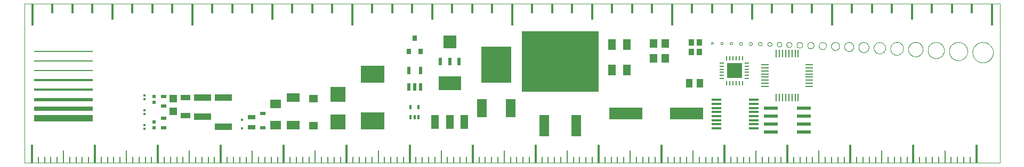
<source format=gtl>
G75*
%MOIN*%
%OFA0B0*%
%FSLAX25Y25*%
%IPPOS*%
%LPD*%
%AMOC8*
5,1,8,0,0,1.08239X$1,22.5*
%
%ADD10C,0.00000*%
%ADD11R,0.37000X0.00600*%
%ADD12R,0.37000X0.00800*%
%ADD13R,0.37000X0.01000*%
%ADD14R,0.37000X0.01200*%
%ADD15R,0.37000X0.01800*%
%ADD16R,0.37000X0.02400*%
%ADD17R,0.37000X0.03000*%
%ADD18R,0.37000X0.04000*%
%ADD19R,0.01181X0.11811*%
%ADD20R,0.00787X0.03937*%
%ADD21R,0.00787X0.07874*%
%ADD22R,0.01181X0.13780*%
%ADD23R,0.01181X0.05906*%
%ADD24R,0.01181X0.09843*%
%ADD25R,0.01181X0.01181*%
%ADD26R,0.02362X0.01969*%
%ADD27R,0.03543X0.02362*%
%ADD28R,0.05118X0.04724*%
%ADD29R,0.06299X0.03543*%
%ADD30R,0.11024X0.03937*%
%ADD31R,0.06299X0.11811*%
%ADD32R,0.19000X0.22500*%
%ADD33R,0.48031X0.38386*%
%ADD34R,0.06299X0.13780*%
%ADD35R,0.04800X0.08800*%
%ADD36R,0.14173X0.08661*%
%ADD37R,0.02283X0.04724*%
%ADD38R,0.07874X0.07874*%
%ADD39R,0.02165X0.04724*%
%ADD40R,0.03150X0.03543*%
%ADD41R,0.01575X0.02953*%
%ADD42R,0.04724X0.07087*%
%ADD43R,0.04724X0.05512*%
%ADD44R,0.03543X0.04134*%
%ADD45R,0.21000X0.07600*%
%ADD46R,0.03937X0.05512*%
%ADD47R,0.04724X0.03150*%
%ADD48R,0.01378X0.01378*%
%ADD49R,0.05787X0.05000*%
%ADD50R,0.09449X0.09449*%
%ADD51R,0.14961X0.11024*%
%ADD52R,0.08268X0.05512*%
%ADD53R,0.03268X0.02480*%
%ADD54R,0.07087X0.05512*%
%ADD55R,0.06299X0.01378*%
%ADD56R,0.08700X0.02400*%
%ADD57R,0.03150X0.00984*%
%ADD58R,0.00984X0.03150*%
%ADD59R,0.04500X0.01000*%
%ADD60R,0.01000X0.04500*%
D10*
X0001000Y0005000D02*
X0611000Y0005000D01*
X0611000Y0105000D01*
X0001000Y0105000D01*
X0001000Y0005000D01*
X0430368Y0080368D02*
X0430370Y0080418D01*
X0430376Y0080467D01*
X0430385Y0080516D01*
X0430399Y0080563D01*
X0430416Y0080610D01*
X0430437Y0080655D01*
X0430461Y0080698D01*
X0430489Y0080739D01*
X0430519Y0080778D01*
X0430553Y0080815D01*
X0430590Y0080849D01*
X0430629Y0080879D01*
X0430670Y0080907D01*
X0430713Y0080931D01*
X0430758Y0080952D01*
X0430805Y0080969D01*
X0430852Y0080983D01*
X0430901Y0080992D01*
X0430950Y0080998D01*
X0431000Y0081000D01*
X0431050Y0080998D01*
X0431099Y0080992D01*
X0431148Y0080983D01*
X0431195Y0080969D01*
X0431242Y0080952D01*
X0431287Y0080931D01*
X0431330Y0080907D01*
X0431371Y0080879D01*
X0431410Y0080849D01*
X0431447Y0080815D01*
X0431481Y0080778D01*
X0431511Y0080739D01*
X0431539Y0080698D01*
X0431563Y0080655D01*
X0431584Y0080610D01*
X0431601Y0080563D01*
X0431615Y0080516D01*
X0431624Y0080467D01*
X0431630Y0080418D01*
X0431632Y0080368D01*
X0431630Y0080318D01*
X0431624Y0080269D01*
X0431615Y0080220D01*
X0431601Y0080173D01*
X0431584Y0080126D01*
X0431563Y0080081D01*
X0431539Y0080038D01*
X0431511Y0079997D01*
X0431481Y0079958D01*
X0431447Y0079921D01*
X0431410Y0079887D01*
X0431371Y0079857D01*
X0431330Y0079829D01*
X0431287Y0079805D01*
X0431242Y0079784D01*
X0431195Y0079767D01*
X0431148Y0079753D01*
X0431099Y0079744D01*
X0431050Y0079738D01*
X0431000Y0079736D01*
X0430950Y0079738D01*
X0430901Y0079744D01*
X0430852Y0079753D01*
X0430805Y0079767D01*
X0430758Y0079784D01*
X0430713Y0079805D01*
X0430670Y0079829D01*
X0430629Y0079857D01*
X0430590Y0079887D01*
X0430553Y0079921D01*
X0430519Y0079958D01*
X0430489Y0079997D01*
X0430461Y0080038D01*
X0430437Y0080081D01*
X0430416Y0080126D01*
X0430399Y0080173D01*
X0430385Y0080220D01*
X0430376Y0080269D01*
X0430370Y0080318D01*
X0430368Y0080368D01*
X0436289Y0080289D02*
X0436291Y0080342D01*
X0436297Y0080395D01*
X0436307Y0080447D01*
X0436321Y0080499D01*
X0436338Y0080549D01*
X0436359Y0080597D01*
X0436384Y0080645D01*
X0436413Y0080690D01*
X0436444Y0080732D01*
X0436479Y0080773D01*
X0436516Y0080810D01*
X0436557Y0080845D01*
X0436599Y0080876D01*
X0436645Y0080905D01*
X0436692Y0080930D01*
X0436740Y0080951D01*
X0436790Y0080968D01*
X0436842Y0080982D01*
X0436894Y0080992D01*
X0436947Y0080998D01*
X0437000Y0081000D01*
X0437053Y0080998D01*
X0437106Y0080992D01*
X0437158Y0080982D01*
X0437210Y0080968D01*
X0437260Y0080951D01*
X0437308Y0080930D01*
X0437356Y0080905D01*
X0437401Y0080876D01*
X0437443Y0080845D01*
X0437484Y0080810D01*
X0437521Y0080773D01*
X0437556Y0080732D01*
X0437587Y0080690D01*
X0437616Y0080644D01*
X0437641Y0080597D01*
X0437662Y0080549D01*
X0437679Y0080499D01*
X0437693Y0080447D01*
X0437703Y0080395D01*
X0437709Y0080342D01*
X0437711Y0080289D01*
X0437709Y0080236D01*
X0437703Y0080183D01*
X0437693Y0080131D01*
X0437679Y0080079D01*
X0437662Y0080029D01*
X0437641Y0079981D01*
X0437616Y0079933D01*
X0437587Y0079888D01*
X0437556Y0079846D01*
X0437521Y0079805D01*
X0437484Y0079768D01*
X0437443Y0079733D01*
X0437401Y0079702D01*
X0437355Y0079673D01*
X0437308Y0079648D01*
X0437260Y0079627D01*
X0437210Y0079610D01*
X0437158Y0079596D01*
X0437106Y0079586D01*
X0437053Y0079580D01*
X0437000Y0079578D01*
X0436947Y0079580D01*
X0436894Y0079586D01*
X0436842Y0079596D01*
X0436790Y0079610D01*
X0436740Y0079627D01*
X0436692Y0079648D01*
X0436644Y0079673D01*
X0436599Y0079702D01*
X0436557Y0079733D01*
X0436516Y0079768D01*
X0436479Y0079805D01*
X0436444Y0079846D01*
X0436413Y0079888D01*
X0436384Y0079934D01*
X0436359Y0079981D01*
X0436338Y0080029D01*
X0436321Y0080079D01*
X0436307Y0080131D01*
X0436297Y0080183D01*
X0436291Y0080236D01*
X0436289Y0080289D01*
X0442203Y0080203D02*
X0442205Y0080259D01*
X0442211Y0080315D01*
X0442221Y0080371D01*
X0442235Y0080425D01*
X0442252Y0080479D01*
X0442273Y0080531D01*
X0442298Y0080581D01*
X0442327Y0080630D01*
X0442359Y0080676D01*
X0442393Y0080720D01*
X0442431Y0080762D01*
X0442472Y0080800D01*
X0442516Y0080836D01*
X0442562Y0080869D01*
X0442610Y0080898D01*
X0442660Y0080924D01*
X0442711Y0080946D01*
X0442764Y0080964D01*
X0442819Y0080979D01*
X0442874Y0080990D01*
X0442930Y0080997D01*
X0442986Y0081000D01*
X0443042Y0080999D01*
X0443098Y0080994D01*
X0443154Y0080985D01*
X0443209Y0080972D01*
X0443262Y0080956D01*
X0443315Y0080935D01*
X0443366Y0080911D01*
X0443415Y0080884D01*
X0443462Y0080853D01*
X0443506Y0080819D01*
X0443548Y0080781D01*
X0443588Y0080741D01*
X0443624Y0080698D01*
X0443658Y0080653D01*
X0443688Y0080606D01*
X0443715Y0080556D01*
X0443738Y0080505D01*
X0443757Y0080452D01*
X0443773Y0080398D01*
X0443785Y0080343D01*
X0443793Y0080287D01*
X0443797Y0080231D01*
X0443797Y0080175D01*
X0443793Y0080119D01*
X0443785Y0080063D01*
X0443773Y0080008D01*
X0443757Y0079954D01*
X0443738Y0079901D01*
X0443715Y0079850D01*
X0443688Y0079800D01*
X0443658Y0079753D01*
X0443624Y0079708D01*
X0443588Y0079665D01*
X0443548Y0079625D01*
X0443506Y0079587D01*
X0443462Y0079553D01*
X0443415Y0079522D01*
X0443366Y0079495D01*
X0443315Y0079471D01*
X0443262Y0079450D01*
X0443209Y0079434D01*
X0443154Y0079421D01*
X0443098Y0079412D01*
X0443042Y0079407D01*
X0442986Y0079406D01*
X0442930Y0079409D01*
X0442874Y0079416D01*
X0442819Y0079427D01*
X0442764Y0079442D01*
X0442711Y0079460D01*
X0442660Y0079482D01*
X0442610Y0079508D01*
X0442562Y0079537D01*
X0442516Y0079570D01*
X0442472Y0079606D01*
X0442431Y0079644D01*
X0442393Y0079686D01*
X0442359Y0079730D01*
X0442327Y0079776D01*
X0442298Y0079825D01*
X0442273Y0079875D01*
X0442252Y0079927D01*
X0442235Y0079981D01*
X0442221Y0080035D01*
X0442211Y0080091D01*
X0442205Y0080147D01*
X0442203Y0080203D01*
X0448104Y0080104D02*
X0448106Y0080163D01*
X0448112Y0080222D01*
X0448122Y0080281D01*
X0448135Y0080338D01*
X0448153Y0080395D01*
X0448174Y0080450D01*
X0448198Y0080504D01*
X0448227Y0080556D01*
X0448258Y0080606D01*
X0448293Y0080654D01*
X0448331Y0080700D01*
X0448372Y0080743D01*
X0448415Y0080783D01*
X0448461Y0080820D01*
X0448510Y0080854D01*
X0448561Y0080885D01*
X0448613Y0080912D01*
X0448667Y0080936D01*
X0448723Y0080956D01*
X0448780Y0080973D01*
X0448838Y0080985D01*
X0448897Y0080994D01*
X0448956Y0080999D01*
X0449015Y0081000D01*
X0449074Y0080997D01*
X0449133Y0080990D01*
X0449191Y0080979D01*
X0449249Y0080965D01*
X0449305Y0080947D01*
X0449360Y0080925D01*
X0449413Y0080899D01*
X0449465Y0080870D01*
X0449515Y0080837D01*
X0449562Y0080802D01*
X0449607Y0080763D01*
X0449649Y0080722D01*
X0449688Y0080677D01*
X0449725Y0080631D01*
X0449758Y0080582D01*
X0449788Y0080530D01*
X0449814Y0080477D01*
X0449837Y0080423D01*
X0449857Y0080367D01*
X0449872Y0080310D01*
X0449884Y0080251D01*
X0449892Y0080193D01*
X0449896Y0080134D01*
X0449896Y0080074D01*
X0449892Y0080015D01*
X0449884Y0079957D01*
X0449872Y0079898D01*
X0449857Y0079841D01*
X0449837Y0079785D01*
X0449814Y0079731D01*
X0449788Y0079678D01*
X0449758Y0079626D01*
X0449725Y0079577D01*
X0449688Y0079531D01*
X0449649Y0079486D01*
X0449607Y0079445D01*
X0449562Y0079406D01*
X0449515Y0079371D01*
X0449465Y0079338D01*
X0449413Y0079309D01*
X0449360Y0079283D01*
X0449305Y0079261D01*
X0449249Y0079243D01*
X0449191Y0079229D01*
X0449133Y0079218D01*
X0449074Y0079211D01*
X0449015Y0079208D01*
X0448956Y0079209D01*
X0448897Y0079214D01*
X0448838Y0079223D01*
X0448780Y0079235D01*
X0448723Y0079252D01*
X0448667Y0079272D01*
X0448613Y0079296D01*
X0448561Y0079323D01*
X0448510Y0079354D01*
X0448461Y0079388D01*
X0448415Y0079425D01*
X0448372Y0079465D01*
X0448331Y0079508D01*
X0448293Y0079554D01*
X0448258Y0079602D01*
X0448227Y0079652D01*
X0448198Y0079704D01*
X0448174Y0079758D01*
X0448153Y0079813D01*
X0448135Y0079870D01*
X0448122Y0079927D01*
X0448112Y0079986D01*
X0448106Y0080045D01*
X0448104Y0080104D01*
X0453994Y0079994D02*
X0453996Y0080057D01*
X0454002Y0080120D01*
X0454012Y0080183D01*
X0454026Y0080244D01*
X0454043Y0080305D01*
X0454065Y0080364D01*
X0454090Y0080422D01*
X0454118Y0080479D01*
X0454151Y0080533D01*
X0454186Y0080585D01*
X0454225Y0080635D01*
X0454267Y0080683D01*
X0454311Y0080727D01*
X0454359Y0080769D01*
X0454409Y0080808D01*
X0454461Y0080843D01*
X0454515Y0080876D01*
X0454572Y0080904D01*
X0454630Y0080929D01*
X0454689Y0080951D01*
X0454750Y0080968D01*
X0454811Y0080982D01*
X0454874Y0080992D01*
X0454937Y0080998D01*
X0455000Y0081000D01*
X0455063Y0080998D01*
X0455126Y0080992D01*
X0455189Y0080982D01*
X0455250Y0080968D01*
X0455311Y0080951D01*
X0455370Y0080929D01*
X0455428Y0080904D01*
X0455485Y0080876D01*
X0455539Y0080843D01*
X0455591Y0080808D01*
X0455641Y0080769D01*
X0455689Y0080727D01*
X0455733Y0080683D01*
X0455775Y0080635D01*
X0455814Y0080585D01*
X0455849Y0080533D01*
X0455882Y0080479D01*
X0455910Y0080422D01*
X0455935Y0080364D01*
X0455957Y0080305D01*
X0455974Y0080244D01*
X0455988Y0080183D01*
X0455998Y0080120D01*
X0456004Y0080057D01*
X0456006Y0079994D01*
X0456004Y0079931D01*
X0455998Y0079868D01*
X0455988Y0079805D01*
X0455974Y0079744D01*
X0455957Y0079683D01*
X0455935Y0079624D01*
X0455910Y0079566D01*
X0455882Y0079509D01*
X0455849Y0079455D01*
X0455814Y0079403D01*
X0455775Y0079353D01*
X0455733Y0079305D01*
X0455689Y0079261D01*
X0455641Y0079219D01*
X0455591Y0079180D01*
X0455539Y0079145D01*
X0455485Y0079112D01*
X0455428Y0079084D01*
X0455370Y0079059D01*
X0455311Y0079037D01*
X0455250Y0079020D01*
X0455189Y0079006D01*
X0455126Y0078996D01*
X0455063Y0078990D01*
X0455000Y0078988D01*
X0454937Y0078990D01*
X0454874Y0078996D01*
X0454811Y0079006D01*
X0454750Y0079020D01*
X0454689Y0079037D01*
X0454630Y0079059D01*
X0454572Y0079084D01*
X0454515Y0079112D01*
X0454461Y0079145D01*
X0454409Y0079180D01*
X0454359Y0079219D01*
X0454311Y0079261D01*
X0454267Y0079305D01*
X0454225Y0079353D01*
X0454186Y0079403D01*
X0454151Y0079455D01*
X0454118Y0079509D01*
X0454090Y0079566D01*
X0454065Y0079624D01*
X0454043Y0079683D01*
X0454026Y0079744D01*
X0454012Y0079805D01*
X0454002Y0079868D01*
X0453996Y0079931D01*
X0453994Y0079994D01*
X0459872Y0079872D02*
X0459874Y0079939D01*
X0459880Y0080005D01*
X0459890Y0080072D01*
X0459904Y0080137D01*
X0459921Y0080201D01*
X0459943Y0080265D01*
X0459968Y0080327D01*
X0459996Y0080387D01*
X0460029Y0080446D01*
X0460064Y0080502D01*
X0460103Y0080556D01*
X0460146Y0080608D01*
X0460191Y0080658D01*
X0460239Y0080704D01*
X0460289Y0080748D01*
X0460342Y0080788D01*
X0460398Y0080826D01*
X0460455Y0080860D01*
X0460515Y0080890D01*
X0460576Y0080917D01*
X0460639Y0080941D01*
X0460703Y0080960D01*
X0460768Y0080976D01*
X0460833Y0080988D01*
X0460900Y0080996D01*
X0460967Y0081000D01*
X0461033Y0081000D01*
X0461100Y0080996D01*
X0461167Y0080988D01*
X0461232Y0080976D01*
X0461297Y0080960D01*
X0461361Y0080941D01*
X0461424Y0080917D01*
X0461485Y0080890D01*
X0461545Y0080860D01*
X0461602Y0080826D01*
X0461658Y0080788D01*
X0461711Y0080748D01*
X0461761Y0080704D01*
X0461809Y0080658D01*
X0461854Y0080608D01*
X0461897Y0080556D01*
X0461936Y0080502D01*
X0461971Y0080446D01*
X0462004Y0080387D01*
X0462032Y0080327D01*
X0462057Y0080265D01*
X0462079Y0080201D01*
X0462096Y0080137D01*
X0462110Y0080072D01*
X0462120Y0080005D01*
X0462126Y0079939D01*
X0462128Y0079872D01*
X0462126Y0079805D01*
X0462120Y0079739D01*
X0462110Y0079672D01*
X0462096Y0079607D01*
X0462079Y0079543D01*
X0462057Y0079479D01*
X0462032Y0079417D01*
X0462004Y0079357D01*
X0461971Y0079298D01*
X0461936Y0079242D01*
X0461897Y0079188D01*
X0461854Y0079136D01*
X0461809Y0079086D01*
X0461761Y0079040D01*
X0461711Y0078996D01*
X0461658Y0078956D01*
X0461602Y0078918D01*
X0461545Y0078884D01*
X0461485Y0078854D01*
X0461424Y0078827D01*
X0461361Y0078803D01*
X0461297Y0078784D01*
X0461232Y0078768D01*
X0461167Y0078756D01*
X0461100Y0078748D01*
X0461033Y0078744D01*
X0460967Y0078744D01*
X0460900Y0078748D01*
X0460833Y0078756D01*
X0460768Y0078768D01*
X0460703Y0078784D01*
X0460639Y0078803D01*
X0460576Y0078827D01*
X0460515Y0078854D01*
X0460455Y0078884D01*
X0460398Y0078918D01*
X0460342Y0078956D01*
X0460289Y0078996D01*
X0460239Y0079040D01*
X0460191Y0079086D01*
X0460146Y0079136D01*
X0460103Y0079188D01*
X0460064Y0079242D01*
X0460029Y0079298D01*
X0459996Y0079357D01*
X0459968Y0079417D01*
X0459943Y0079479D01*
X0459921Y0079543D01*
X0459904Y0079607D01*
X0459890Y0079672D01*
X0459880Y0079739D01*
X0459874Y0079805D01*
X0459872Y0079872D01*
X0465732Y0079732D02*
X0465734Y0079803D01*
X0465740Y0079874D01*
X0465750Y0079944D01*
X0465764Y0080014D01*
X0465782Y0080083D01*
X0465803Y0080151D01*
X0465829Y0080217D01*
X0465858Y0080282D01*
X0465890Y0080345D01*
X0465926Y0080407D01*
X0465966Y0080466D01*
X0466009Y0080523D01*
X0466055Y0080577D01*
X0466103Y0080629D01*
X0466155Y0080677D01*
X0466209Y0080723D01*
X0466266Y0080766D01*
X0466325Y0080806D01*
X0466387Y0080842D01*
X0466450Y0080874D01*
X0466515Y0080903D01*
X0466581Y0080929D01*
X0466649Y0080950D01*
X0466718Y0080968D01*
X0466788Y0080982D01*
X0466858Y0080992D01*
X0466929Y0080998D01*
X0467000Y0081000D01*
X0467071Y0080998D01*
X0467142Y0080992D01*
X0467212Y0080982D01*
X0467282Y0080968D01*
X0467351Y0080950D01*
X0467419Y0080929D01*
X0467485Y0080903D01*
X0467550Y0080874D01*
X0467613Y0080842D01*
X0467675Y0080806D01*
X0467734Y0080766D01*
X0467791Y0080723D01*
X0467845Y0080677D01*
X0467897Y0080629D01*
X0467945Y0080577D01*
X0467991Y0080523D01*
X0468034Y0080466D01*
X0468074Y0080407D01*
X0468110Y0080345D01*
X0468142Y0080282D01*
X0468171Y0080217D01*
X0468197Y0080151D01*
X0468218Y0080083D01*
X0468236Y0080014D01*
X0468250Y0079944D01*
X0468260Y0079874D01*
X0468266Y0079803D01*
X0468268Y0079732D01*
X0468266Y0079661D01*
X0468260Y0079590D01*
X0468250Y0079520D01*
X0468236Y0079450D01*
X0468218Y0079381D01*
X0468197Y0079313D01*
X0468171Y0079247D01*
X0468142Y0079182D01*
X0468110Y0079119D01*
X0468074Y0079057D01*
X0468034Y0078998D01*
X0467991Y0078941D01*
X0467945Y0078887D01*
X0467897Y0078835D01*
X0467845Y0078787D01*
X0467791Y0078741D01*
X0467734Y0078698D01*
X0467675Y0078658D01*
X0467613Y0078622D01*
X0467550Y0078590D01*
X0467485Y0078561D01*
X0467419Y0078535D01*
X0467351Y0078514D01*
X0467282Y0078496D01*
X0467212Y0078482D01*
X0467142Y0078472D01*
X0467071Y0078466D01*
X0467000Y0078464D01*
X0466929Y0078466D01*
X0466858Y0078472D01*
X0466788Y0078482D01*
X0466718Y0078496D01*
X0466649Y0078514D01*
X0466581Y0078535D01*
X0466515Y0078561D01*
X0466450Y0078590D01*
X0466387Y0078622D01*
X0466325Y0078658D01*
X0466266Y0078698D01*
X0466209Y0078741D01*
X0466155Y0078787D01*
X0466103Y0078835D01*
X0466055Y0078887D01*
X0466009Y0078941D01*
X0465966Y0078998D01*
X0465926Y0079057D01*
X0465890Y0079119D01*
X0465858Y0079182D01*
X0465829Y0079247D01*
X0465803Y0079313D01*
X0465782Y0079381D01*
X0465764Y0079450D01*
X0465750Y0079520D01*
X0465740Y0079590D01*
X0465734Y0079661D01*
X0465732Y0079732D01*
X0471577Y0079577D02*
X0471579Y0079652D01*
X0471585Y0079727D01*
X0471595Y0079801D01*
X0471609Y0079875D01*
X0471626Y0079948D01*
X0471648Y0080020D01*
X0471673Y0080091D01*
X0471702Y0080160D01*
X0471735Y0080228D01*
X0471771Y0080294D01*
X0471810Y0080358D01*
X0471853Y0080419D01*
X0471899Y0080479D01*
X0471948Y0080536D01*
X0472000Y0080590D01*
X0472055Y0080641D01*
X0472113Y0080690D01*
X0472173Y0080735D01*
X0472235Y0080777D01*
X0472299Y0080816D01*
X0472366Y0080851D01*
X0472434Y0080883D01*
X0472504Y0080911D01*
X0472575Y0080935D01*
X0472647Y0080955D01*
X0472720Y0080972D01*
X0472794Y0080985D01*
X0472869Y0080994D01*
X0472944Y0080999D01*
X0473019Y0081000D01*
X0473094Y0080997D01*
X0473169Y0080990D01*
X0473243Y0080979D01*
X0473317Y0080964D01*
X0473389Y0080946D01*
X0473461Y0080923D01*
X0473532Y0080897D01*
X0473600Y0080867D01*
X0473668Y0080834D01*
X0473733Y0080797D01*
X0473796Y0080756D01*
X0473858Y0080713D01*
X0473916Y0080666D01*
X0473972Y0080616D01*
X0474026Y0080563D01*
X0474077Y0080508D01*
X0474124Y0080449D01*
X0474169Y0080389D01*
X0474210Y0080326D01*
X0474248Y0080261D01*
X0474282Y0080194D01*
X0474313Y0080126D01*
X0474340Y0080056D01*
X0474363Y0079984D01*
X0474383Y0079912D01*
X0474399Y0079838D01*
X0474411Y0079764D01*
X0474419Y0079690D01*
X0474423Y0079615D01*
X0474423Y0079539D01*
X0474419Y0079464D01*
X0474411Y0079390D01*
X0474399Y0079316D01*
X0474383Y0079242D01*
X0474363Y0079170D01*
X0474340Y0079098D01*
X0474313Y0079028D01*
X0474282Y0078960D01*
X0474248Y0078893D01*
X0474210Y0078828D01*
X0474169Y0078765D01*
X0474124Y0078705D01*
X0474077Y0078646D01*
X0474026Y0078591D01*
X0473972Y0078538D01*
X0473916Y0078488D01*
X0473858Y0078441D01*
X0473796Y0078398D01*
X0473733Y0078357D01*
X0473668Y0078320D01*
X0473600Y0078287D01*
X0473532Y0078257D01*
X0473461Y0078231D01*
X0473389Y0078208D01*
X0473317Y0078190D01*
X0473243Y0078175D01*
X0473169Y0078164D01*
X0473094Y0078157D01*
X0473019Y0078154D01*
X0472944Y0078155D01*
X0472869Y0078160D01*
X0472794Y0078169D01*
X0472720Y0078182D01*
X0472647Y0078199D01*
X0472575Y0078219D01*
X0472504Y0078243D01*
X0472434Y0078271D01*
X0472366Y0078303D01*
X0472299Y0078338D01*
X0472235Y0078377D01*
X0472173Y0078419D01*
X0472113Y0078464D01*
X0472055Y0078513D01*
X0472000Y0078564D01*
X0471948Y0078618D01*
X0471899Y0078675D01*
X0471853Y0078735D01*
X0471810Y0078796D01*
X0471771Y0078860D01*
X0471735Y0078926D01*
X0471702Y0078994D01*
X0471673Y0079063D01*
X0471648Y0079134D01*
X0471626Y0079206D01*
X0471609Y0079279D01*
X0471595Y0079353D01*
X0471585Y0079427D01*
X0471579Y0079502D01*
X0471577Y0079577D01*
X0477573Y0079402D02*
X0477575Y0079482D01*
X0477581Y0079561D01*
X0477591Y0079640D01*
X0477605Y0079719D01*
X0477622Y0079796D01*
X0477644Y0079873D01*
X0477669Y0079949D01*
X0477698Y0080023D01*
X0477731Y0080095D01*
X0477768Y0080166D01*
X0477807Y0080235D01*
X0477851Y0080302D01*
X0477897Y0080367D01*
X0477947Y0080429D01*
X0478000Y0080489D01*
X0478055Y0080546D01*
X0478114Y0080600D01*
X0478175Y0080651D01*
X0478238Y0080699D01*
X0478304Y0080744D01*
X0478372Y0080786D01*
X0478442Y0080824D01*
X0478514Y0080859D01*
X0478587Y0080890D01*
X0478662Y0080917D01*
X0478738Y0080940D01*
X0478815Y0080960D01*
X0478894Y0080976D01*
X0478972Y0080988D01*
X0479052Y0080996D01*
X0479131Y0081000D01*
X0479211Y0081000D01*
X0479290Y0080996D01*
X0479370Y0080988D01*
X0479448Y0080976D01*
X0479527Y0080960D01*
X0479604Y0080940D01*
X0479680Y0080917D01*
X0479755Y0080890D01*
X0479828Y0080859D01*
X0479900Y0080824D01*
X0479970Y0080786D01*
X0480038Y0080744D01*
X0480104Y0080699D01*
X0480167Y0080651D01*
X0480228Y0080600D01*
X0480287Y0080546D01*
X0480342Y0080489D01*
X0480395Y0080429D01*
X0480445Y0080367D01*
X0480491Y0080302D01*
X0480535Y0080235D01*
X0480574Y0080166D01*
X0480611Y0080095D01*
X0480644Y0080023D01*
X0480673Y0079949D01*
X0480698Y0079873D01*
X0480720Y0079796D01*
X0480737Y0079719D01*
X0480751Y0079640D01*
X0480761Y0079561D01*
X0480767Y0079482D01*
X0480769Y0079402D01*
X0480767Y0079322D01*
X0480761Y0079243D01*
X0480751Y0079164D01*
X0480737Y0079085D01*
X0480720Y0079008D01*
X0480698Y0078931D01*
X0480673Y0078855D01*
X0480644Y0078781D01*
X0480611Y0078709D01*
X0480574Y0078638D01*
X0480535Y0078569D01*
X0480491Y0078502D01*
X0480445Y0078437D01*
X0480395Y0078375D01*
X0480342Y0078315D01*
X0480287Y0078258D01*
X0480228Y0078204D01*
X0480167Y0078153D01*
X0480104Y0078105D01*
X0480038Y0078060D01*
X0479970Y0078018D01*
X0479900Y0077980D01*
X0479828Y0077945D01*
X0479755Y0077914D01*
X0479680Y0077887D01*
X0479604Y0077864D01*
X0479527Y0077844D01*
X0479448Y0077828D01*
X0479370Y0077816D01*
X0479290Y0077808D01*
X0479211Y0077804D01*
X0479131Y0077804D01*
X0479052Y0077808D01*
X0478972Y0077816D01*
X0478894Y0077828D01*
X0478815Y0077844D01*
X0478738Y0077864D01*
X0478662Y0077887D01*
X0478587Y0077914D01*
X0478514Y0077945D01*
X0478442Y0077980D01*
X0478372Y0078018D01*
X0478304Y0078060D01*
X0478238Y0078105D01*
X0478175Y0078153D01*
X0478114Y0078204D01*
X0478055Y0078258D01*
X0478000Y0078315D01*
X0477947Y0078375D01*
X0477897Y0078437D01*
X0477851Y0078502D01*
X0477807Y0078569D01*
X0477768Y0078638D01*
X0477731Y0078709D01*
X0477698Y0078781D01*
X0477669Y0078855D01*
X0477644Y0078931D01*
X0477622Y0079008D01*
X0477605Y0079085D01*
X0477591Y0079164D01*
X0477581Y0079243D01*
X0477575Y0079322D01*
X0477573Y0079402D01*
X0483920Y0079205D02*
X0483922Y0079289D01*
X0483928Y0079373D01*
X0483938Y0079457D01*
X0483951Y0079540D01*
X0483969Y0079622D01*
X0483991Y0079703D01*
X0484016Y0079784D01*
X0484045Y0079863D01*
X0484077Y0079940D01*
X0484114Y0080016D01*
X0484154Y0080090D01*
X0484197Y0080163D01*
X0484243Y0080233D01*
X0484293Y0080301D01*
X0484346Y0080366D01*
X0484402Y0080429D01*
X0484461Y0080489D01*
X0484522Y0080546D01*
X0484586Y0080601D01*
X0484653Y0080652D01*
X0484722Y0080700D01*
X0484793Y0080745D01*
X0484867Y0080787D01*
X0484942Y0080825D01*
X0485018Y0080859D01*
X0485097Y0080890D01*
X0485176Y0080917D01*
X0485257Y0080941D01*
X0485339Y0080960D01*
X0485422Y0080976D01*
X0485505Y0080988D01*
X0485589Y0080996D01*
X0485673Y0081000D01*
X0485757Y0081000D01*
X0485841Y0080996D01*
X0485925Y0080988D01*
X0486008Y0080976D01*
X0486091Y0080960D01*
X0486173Y0080941D01*
X0486254Y0080917D01*
X0486333Y0080890D01*
X0486412Y0080859D01*
X0486488Y0080825D01*
X0486563Y0080787D01*
X0486637Y0080745D01*
X0486708Y0080700D01*
X0486777Y0080652D01*
X0486844Y0080601D01*
X0486908Y0080546D01*
X0486969Y0080489D01*
X0487028Y0080429D01*
X0487084Y0080366D01*
X0487137Y0080301D01*
X0487187Y0080233D01*
X0487233Y0080163D01*
X0487276Y0080090D01*
X0487316Y0080016D01*
X0487353Y0079940D01*
X0487385Y0079863D01*
X0487414Y0079784D01*
X0487439Y0079703D01*
X0487461Y0079622D01*
X0487479Y0079540D01*
X0487492Y0079457D01*
X0487502Y0079373D01*
X0487508Y0079289D01*
X0487510Y0079205D01*
X0487508Y0079121D01*
X0487502Y0079037D01*
X0487492Y0078953D01*
X0487479Y0078870D01*
X0487461Y0078788D01*
X0487439Y0078707D01*
X0487414Y0078626D01*
X0487385Y0078547D01*
X0487353Y0078470D01*
X0487316Y0078394D01*
X0487276Y0078320D01*
X0487233Y0078247D01*
X0487187Y0078177D01*
X0487137Y0078109D01*
X0487084Y0078044D01*
X0487028Y0077981D01*
X0486969Y0077921D01*
X0486908Y0077864D01*
X0486844Y0077809D01*
X0486777Y0077758D01*
X0486708Y0077710D01*
X0486637Y0077665D01*
X0486563Y0077623D01*
X0486488Y0077585D01*
X0486412Y0077551D01*
X0486333Y0077520D01*
X0486254Y0077493D01*
X0486173Y0077469D01*
X0486091Y0077450D01*
X0486008Y0077434D01*
X0485925Y0077422D01*
X0485841Y0077414D01*
X0485757Y0077410D01*
X0485673Y0077410D01*
X0485589Y0077414D01*
X0485505Y0077422D01*
X0485422Y0077434D01*
X0485339Y0077450D01*
X0485257Y0077469D01*
X0485176Y0077493D01*
X0485097Y0077520D01*
X0485018Y0077551D01*
X0484942Y0077585D01*
X0484867Y0077623D01*
X0484793Y0077665D01*
X0484722Y0077710D01*
X0484653Y0077758D01*
X0484586Y0077809D01*
X0484522Y0077864D01*
X0484461Y0077921D01*
X0484402Y0077981D01*
X0484346Y0078044D01*
X0484293Y0078109D01*
X0484243Y0078177D01*
X0484197Y0078247D01*
X0484154Y0078320D01*
X0484114Y0078394D01*
X0484077Y0078470D01*
X0484045Y0078547D01*
X0484016Y0078626D01*
X0483991Y0078707D01*
X0483969Y0078788D01*
X0483951Y0078870D01*
X0483938Y0078953D01*
X0483928Y0079037D01*
X0483922Y0079121D01*
X0483920Y0079205D01*
X0490659Y0078992D02*
X0490661Y0079081D01*
X0490667Y0079171D01*
X0490677Y0079260D01*
X0490691Y0079348D01*
X0490709Y0079436D01*
X0490730Y0079523D01*
X0490756Y0079608D01*
X0490785Y0079693D01*
X0490818Y0079776D01*
X0490855Y0079857D01*
X0490895Y0079937D01*
X0490939Y0080015D01*
X0490987Y0080091D01*
X0491037Y0080165D01*
X0491091Y0080236D01*
X0491148Y0080305D01*
X0491208Y0080372D01*
X0491271Y0080435D01*
X0491337Y0080496D01*
X0491405Y0080554D01*
X0491476Y0080609D01*
X0491549Y0080660D01*
X0491625Y0080708D01*
X0491702Y0080753D01*
X0491781Y0080794D01*
X0491863Y0080832D01*
X0491945Y0080866D01*
X0492029Y0080896D01*
X0492115Y0080923D01*
X0492202Y0080945D01*
X0492289Y0080964D01*
X0492377Y0080979D01*
X0492466Y0080990D01*
X0492555Y0080997D01*
X0492645Y0081000D01*
X0492734Y0080999D01*
X0492823Y0080994D01*
X0492912Y0080985D01*
X0493001Y0080972D01*
X0493089Y0080955D01*
X0493176Y0080934D01*
X0493262Y0080910D01*
X0493347Y0080881D01*
X0493430Y0080849D01*
X0493512Y0080813D01*
X0493593Y0080774D01*
X0493671Y0080731D01*
X0493747Y0080685D01*
X0493822Y0080635D01*
X0493894Y0080582D01*
X0493963Y0080525D01*
X0494030Y0080466D01*
X0494095Y0080404D01*
X0494156Y0080339D01*
X0494215Y0080271D01*
X0494270Y0080201D01*
X0494322Y0080128D01*
X0494371Y0080054D01*
X0494417Y0079977D01*
X0494459Y0079898D01*
X0494498Y0079817D01*
X0494533Y0079735D01*
X0494564Y0079651D01*
X0494591Y0079566D01*
X0494615Y0079479D01*
X0494635Y0079392D01*
X0494651Y0079304D01*
X0494663Y0079215D01*
X0494671Y0079126D01*
X0494675Y0079037D01*
X0494675Y0078947D01*
X0494671Y0078858D01*
X0494663Y0078769D01*
X0494651Y0078680D01*
X0494635Y0078592D01*
X0494615Y0078505D01*
X0494591Y0078418D01*
X0494564Y0078333D01*
X0494533Y0078249D01*
X0494498Y0078167D01*
X0494459Y0078086D01*
X0494417Y0078007D01*
X0494371Y0077930D01*
X0494322Y0077856D01*
X0494270Y0077783D01*
X0494215Y0077713D01*
X0494156Y0077645D01*
X0494095Y0077580D01*
X0494030Y0077518D01*
X0493963Y0077459D01*
X0493894Y0077402D01*
X0493822Y0077349D01*
X0493747Y0077299D01*
X0493671Y0077253D01*
X0493593Y0077210D01*
X0493512Y0077171D01*
X0493430Y0077135D01*
X0493347Y0077103D01*
X0493262Y0077074D01*
X0493176Y0077050D01*
X0493089Y0077029D01*
X0493001Y0077012D01*
X0492912Y0076999D01*
X0492823Y0076990D01*
X0492734Y0076985D01*
X0492645Y0076984D01*
X0492555Y0076987D01*
X0492466Y0076994D01*
X0492377Y0077005D01*
X0492289Y0077020D01*
X0492202Y0077039D01*
X0492115Y0077061D01*
X0492029Y0077088D01*
X0491945Y0077118D01*
X0491863Y0077152D01*
X0491781Y0077190D01*
X0491702Y0077231D01*
X0491625Y0077276D01*
X0491549Y0077324D01*
X0491476Y0077375D01*
X0491405Y0077430D01*
X0491337Y0077488D01*
X0491271Y0077549D01*
X0491208Y0077612D01*
X0491148Y0077679D01*
X0491091Y0077748D01*
X0491037Y0077819D01*
X0490987Y0077893D01*
X0490939Y0077969D01*
X0490895Y0078047D01*
X0490855Y0078127D01*
X0490818Y0078208D01*
X0490785Y0078291D01*
X0490756Y0078376D01*
X0490730Y0078461D01*
X0490709Y0078548D01*
X0490691Y0078636D01*
X0490677Y0078724D01*
X0490667Y0078813D01*
X0490661Y0078903D01*
X0490659Y0078992D01*
X0497825Y0078736D02*
X0497827Y0078831D01*
X0497833Y0078925D01*
X0497843Y0079020D01*
X0497857Y0079114D01*
X0497874Y0079207D01*
X0497896Y0079299D01*
X0497922Y0079390D01*
X0497951Y0079481D01*
X0497984Y0079569D01*
X0498021Y0079657D01*
X0498061Y0079743D01*
X0498105Y0079827D01*
X0498152Y0079909D01*
X0498203Y0079989D01*
X0498257Y0080067D01*
X0498315Y0080142D01*
X0498375Y0080215D01*
X0498439Y0080286D01*
X0498505Y0080354D01*
X0498574Y0080418D01*
X0498646Y0080480D01*
X0498720Y0080539D01*
X0498797Y0080595D01*
X0498876Y0080648D01*
X0498957Y0080697D01*
X0499040Y0080742D01*
X0499125Y0080785D01*
X0499212Y0080823D01*
X0499300Y0080858D01*
X0499389Y0080889D01*
X0499480Y0080917D01*
X0499572Y0080940D01*
X0499665Y0080960D01*
X0499758Y0080976D01*
X0499852Y0080988D01*
X0499947Y0080996D01*
X0500042Y0081000D01*
X0500136Y0081000D01*
X0500231Y0080996D01*
X0500326Y0080988D01*
X0500420Y0080976D01*
X0500513Y0080960D01*
X0500606Y0080940D01*
X0500698Y0080917D01*
X0500789Y0080889D01*
X0500878Y0080858D01*
X0500966Y0080823D01*
X0501053Y0080785D01*
X0501138Y0080742D01*
X0501221Y0080697D01*
X0501302Y0080648D01*
X0501381Y0080595D01*
X0501458Y0080539D01*
X0501532Y0080480D01*
X0501604Y0080418D01*
X0501673Y0080354D01*
X0501739Y0080286D01*
X0501803Y0080215D01*
X0501863Y0080142D01*
X0501921Y0080067D01*
X0501975Y0079989D01*
X0502026Y0079909D01*
X0502073Y0079827D01*
X0502117Y0079743D01*
X0502157Y0079657D01*
X0502194Y0079569D01*
X0502227Y0079481D01*
X0502256Y0079390D01*
X0502282Y0079299D01*
X0502304Y0079207D01*
X0502321Y0079114D01*
X0502335Y0079020D01*
X0502345Y0078925D01*
X0502351Y0078831D01*
X0502353Y0078736D01*
X0502351Y0078641D01*
X0502345Y0078547D01*
X0502335Y0078452D01*
X0502321Y0078358D01*
X0502304Y0078265D01*
X0502282Y0078173D01*
X0502256Y0078082D01*
X0502227Y0077991D01*
X0502194Y0077903D01*
X0502157Y0077815D01*
X0502117Y0077729D01*
X0502073Y0077645D01*
X0502026Y0077563D01*
X0501975Y0077483D01*
X0501921Y0077405D01*
X0501863Y0077330D01*
X0501803Y0077257D01*
X0501739Y0077186D01*
X0501673Y0077118D01*
X0501604Y0077054D01*
X0501532Y0076992D01*
X0501458Y0076933D01*
X0501381Y0076877D01*
X0501302Y0076824D01*
X0501221Y0076775D01*
X0501138Y0076730D01*
X0501053Y0076687D01*
X0500966Y0076649D01*
X0500878Y0076614D01*
X0500789Y0076583D01*
X0500698Y0076555D01*
X0500606Y0076532D01*
X0500513Y0076512D01*
X0500420Y0076496D01*
X0500326Y0076484D01*
X0500231Y0076476D01*
X0500136Y0076472D01*
X0500042Y0076472D01*
X0499947Y0076476D01*
X0499852Y0076484D01*
X0499758Y0076496D01*
X0499665Y0076512D01*
X0499572Y0076532D01*
X0499480Y0076555D01*
X0499389Y0076583D01*
X0499300Y0076614D01*
X0499212Y0076649D01*
X0499125Y0076687D01*
X0499040Y0076730D01*
X0498957Y0076775D01*
X0498876Y0076824D01*
X0498797Y0076877D01*
X0498720Y0076933D01*
X0498646Y0076992D01*
X0498574Y0077054D01*
X0498505Y0077118D01*
X0498439Y0077186D01*
X0498375Y0077257D01*
X0498315Y0077330D01*
X0498257Y0077405D01*
X0498203Y0077483D01*
X0498152Y0077563D01*
X0498105Y0077645D01*
X0498061Y0077729D01*
X0498021Y0077815D01*
X0497984Y0077903D01*
X0497951Y0077991D01*
X0497922Y0078082D01*
X0497896Y0078173D01*
X0497874Y0078265D01*
X0497857Y0078358D01*
X0497843Y0078452D01*
X0497833Y0078547D01*
X0497827Y0078641D01*
X0497825Y0078736D01*
X0505502Y0078461D02*
X0505504Y0078561D01*
X0505510Y0078661D01*
X0505520Y0078761D01*
X0505534Y0078861D01*
X0505551Y0078959D01*
X0505573Y0079057D01*
X0505599Y0079154D01*
X0505628Y0079250D01*
X0505661Y0079345D01*
X0505698Y0079438D01*
X0505738Y0079530D01*
X0505782Y0079620D01*
X0505830Y0079709D01*
X0505881Y0079795D01*
X0505935Y0079879D01*
X0505993Y0079961D01*
X0506054Y0080041D01*
X0506118Y0080119D01*
X0506185Y0080193D01*
X0506255Y0080265D01*
X0506327Y0080334D01*
X0506403Y0080401D01*
X0506480Y0080464D01*
X0506561Y0080524D01*
X0506643Y0080581D01*
X0506728Y0080634D01*
X0506815Y0080684D01*
X0506904Y0080731D01*
X0506995Y0080774D01*
X0507087Y0080814D01*
X0507180Y0080850D01*
X0507276Y0080882D01*
X0507372Y0080910D01*
X0507469Y0080935D01*
X0507567Y0080955D01*
X0507666Y0080972D01*
X0507766Y0080985D01*
X0507866Y0080994D01*
X0507966Y0080999D01*
X0508066Y0081000D01*
X0508166Y0080997D01*
X0508266Y0080990D01*
X0508366Y0080979D01*
X0508465Y0080964D01*
X0508564Y0080946D01*
X0508662Y0080923D01*
X0508759Y0080897D01*
X0508854Y0080866D01*
X0508949Y0080832D01*
X0509042Y0080795D01*
X0509133Y0080753D01*
X0509223Y0080708D01*
X0509311Y0080660D01*
X0509396Y0080608D01*
X0509480Y0080553D01*
X0509562Y0080494D01*
X0509641Y0080433D01*
X0509717Y0080368D01*
X0509791Y0080300D01*
X0509863Y0080230D01*
X0509931Y0080156D01*
X0509997Y0080080D01*
X0510059Y0080002D01*
X0510118Y0079921D01*
X0510174Y0079838D01*
X0510227Y0079752D01*
X0510276Y0079665D01*
X0510322Y0079576D01*
X0510365Y0079485D01*
X0510403Y0079392D01*
X0510438Y0079298D01*
X0510469Y0079203D01*
X0510497Y0079106D01*
X0510520Y0079008D01*
X0510540Y0078910D01*
X0510556Y0078811D01*
X0510568Y0078711D01*
X0510576Y0078611D01*
X0510580Y0078511D01*
X0510580Y0078411D01*
X0510576Y0078311D01*
X0510568Y0078211D01*
X0510556Y0078111D01*
X0510540Y0078012D01*
X0510520Y0077914D01*
X0510497Y0077816D01*
X0510469Y0077719D01*
X0510438Y0077624D01*
X0510403Y0077530D01*
X0510365Y0077437D01*
X0510322Y0077346D01*
X0510276Y0077257D01*
X0510227Y0077170D01*
X0510174Y0077084D01*
X0510118Y0077001D01*
X0510059Y0076920D01*
X0509997Y0076842D01*
X0509931Y0076766D01*
X0509863Y0076692D01*
X0509791Y0076622D01*
X0509717Y0076554D01*
X0509641Y0076489D01*
X0509562Y0076428D01*
X0509480Y0076369D01*
X0509396Y0076314D01*
X0509310Y0076262D01*
X0509223Y0076214D01*
X0509133Y0076169D01*
X0509042Y0076127D01*
X0508949Y0076090D01*
X0508854Y0076056D01*
X0508759Y0076025D01*
X0508662Y0075999D01*
X0508564Y0075976D01*
X0508465Y0075958D01*
X0508366Y0075943D01*
X0508266Y0075932D01*
X0508166Y0075925D01*
X0508066Y0075922D01*
X0507966Y0075923D01*
X0507866Y0075928D01*
X0507766Y0075937D01*
X0507666Y0075950D01*
X0507567Y0075967D01*
X0507469Y0075987D01*
X0507372Y0076012D01*
X0507276Y0076040D01*
X0507180Y0076072D01*
X0507087Y0076108D01*
X0506995Y0076148D01*
X0506904Y0076191D01*
X0506815Y0076238D01*
X0506728Y0076288D01*
X0506643Y0076341D01*
X0506561Y0076398D01*
X0506480Y0076458D01*
X0506403Y0076521D01*
X0506327Y0076588D01*
X0506255Y0076657D01*
X0506185Y0076729D01*
X0506118Y0076803D01*
X0506054Y0076881D01*
X0505993Y0076961D01*
X0505935Y0077043D01*
X0505881Y0077127D01*
X0505830Y0077213D01*
X0505782Y0077302D01*
X0505738Y0077392D01*
X0505698Y0077484D01*
X0505661Y0077577D01*
X0505628Y0077672D01*
X0505599Y0077768D01*
X0505573Y0077865D01*
X0505551Y0077963D01*
X0505534Y0078061D01*
X0505520Y0078161D01*
X0505510Y0078261D01*
X0505504Y0078361D01*
X0505502Y0078461D01*
X0513731Y0078146D02*
X0513733Y0078253D01*
X0513739Y0078359D01*
X0513749Y0078466D01*
X0513763Y0078571D01*
X0513781Y0078677D01*
X0513803Y0078781D01*
X0513828Y0078885D01*
X0513858Y0078987D01*
X0513891Y0079089D01*
X0513928Y0079189D01*
X0513969Y0079287D01*
X0514014Y0079384D01*
X0514062Y0079480D01*
X0514113Y0079573D01*
X0514168Y0079664D01*
X0514227Y0079754D01*
X0514289Y0079841D01*
X0514354Y0079925D01*
X0514422Y0080008D01*
X0514493Y0080087D01*
X0514567Y0080164D01*
X0514644Y0080238D01*
X0514723Y0080309D01*
X0514806Y0080377D01*
X0514890Y0080442D01*
X0514977Y0080504D01*
X0515067Y0080563D01*
X0515158Y0080618D01*
X0515251Y0080669D01*
X0515347Y0080717D01*
X0515444Y0080762D01*
X0515542Y0080803D01*
X0515642Y0080840D01*
X0515744Y0080873D01*
X0515846Y0080903D01*
X0515950Y0080928D01*
X0516054Y0080950D01*
X0516160Y0080968D01*
X0516265Y0080982D01*
X0516372Y0080992D01*
X0516478Y0080998D01*
X0516585Y0081000D01*
X0516692Y0080998D01*
X0516798Y0080992D01*
X0516905Y0080982D01*
X0517010Y0080968D01*
X0517116Y0080950D01*
X0517220Y0080928D01*
X0517324Y0080903D01*
X0517426Y0080873D01*
X0517528Y0080840D01*
X0517628Y0080803D01*
X0517726Y0080762D01*
X0517823Y0080717D01*
X0517919Y0080669D01*
X0518012Y0080618D01*
X0518103Y0080563D01*
X0518193Y0080504D01*
X0518280Y0080442D01*
X0518364Y0080377D01*
X0518447Y0080309D01*
X0518526Y0080238D01*
X0518603Y0080164D01*
X0518677Y0080087D01*
X0518748Y0080008D01*
X0518816Y0079925D01*
X0518881Y0079841D01*
X0518943Y0079754D01*
X0519002Y0079664D01*
X0519057Y0079573D01*
X0519108Y0079480D01*
X0519156Y0079384D01*
X0519201Y0079287D01*
X0519242Y0079189D01*
X0519279Y0079089D01*
X0519312Y0078987D01*
X0519342Y0078885D01*
X0519367Y0078781D01*
X0519389Y0078677D01*
X0519407Y0078571D01*
X0519421Y0078466D01*
X0519431Y0078359D01*
X0519437Y0078253D01*
X0519439Y0078146D01*
X0519437Y0078039D01*
X0519431Y0077933D01*
X0519421Y0077826D01*
X0519407Y0077721D01*
X0519389Y0077615D01*
X0519367Y0077511D01*
X0519342Y0077407D01*
X0519312Y0077305D01*
X0519279Y0077203D01*
X0519242Y0077103D01*
X0519201Y0077005D01*
X0519156Y0076908D01*
X0519108Y0076812D01*
X0519057Y0076719D01*
X0519002Y0076628D01*
X0518943Y0076538D01*
X0518881Y0076451D01*
X0518816Y0076367D01*
X0518748Y0076284D01*
X0518677Y0076205D01*
X0518603Y0076128D01*
X0518526Y0076054D01*
X0518447Y0075983D01*
X0518364Y0075915D01*
X0518280Y0075850D01*
X0518193Y0075788D01*
X0518103Y0075729D01*
X0518012Y0075674D01*
X0517919Y0075623D01*
X0517823Y0075575D01*
X0517726Y0075530D01*
X0517628Y0075489D01*
X0517528Y0075452D01*
X0517426Y0075419D01*
X0517324Y0075389D01*
X0517220Y0075364D01*
X0517116Y0075342D01*
X0517010Y0075324D01*
X0516905Y0075310D01*
X0516798Y0075300D01*
X0516692Y0075294D01*
X0516585Y0075292D01*
X0516478Y0075294D01*
X0516372Y0075300D01*
X0516265Y0075310D01*
X0516160Y0075324D01*
X0516054Y0075342D01*
X0515950Y0075364D01*
X0515846Y0075389D01*
X0515744Y0075419D01*
X0515642Y0075452D01*
X0515542Y0075489D01*
X0515444Y0075530D01*
X0515347Y0075575D01*
X0515251Y0075623D01*
X0515158Y0075674D01*
X0515067Y0075729D01*
X0514977Y0075788D01*
X0514890Y0075850D01*
X0514806Y0075915D01*
X0514723Y0075983D01*
X0514644Y0076054D01*
X0514567Y0076128D01*
X0514493Y0076205D01*
X0514422Y0076284D01*
X0514354Y0076367D01*
X0514289Y0076451D01*
X0514227Y0076538D01*
X0514168Y0076628D01*
X0514113Y0076719D01*
X0514062Y0076812D01*
X0514014Y0076908D01*
X0513969Y0077005D01*
X0513928Y0077103D01*
X0513891Y0077203D01*
X0513858Y0077305D01*
X0513828Y0077407D01*
X0513803Y0077511D01*
X0513781Y0077615D01*
X0513763Y0077721D01*
X0513749Y0077826D01*
X0513739Y0077933D01*
X0513733Y0078039D01*
X0513731Y0078146D01*
X0522588Y0077791D02*
X0522590Y0077904D01*
X0522596Y0078017D01*
X0522606Y0078130D01*
X0522620Y0078243D01*
X0522638Y0078354D01*
X0522660Y0078466D01*
X0522685Y0078576D01*
X0522715Y0078685D01*
X0522749Y0078793D01*
X0522786Y0078900D01*
X0522827Y0079006D01*
X0522872Y0079110D01*
X0522920Y0079212D01*
X0522972Y0079313D01*
X0523027Y0079412D01*
X0523086Y0079509D01*
X0523149Y0079603D01*
X0523214Y0079695D01*
X0523283Y0079785D01*
X0523355Y0079873D01*
X0523430Y0079958D01*
X0523508Y0080040D01*
X0523589Y0080119D01*
X0523672Y0080196D01*
X0523758Y0080269D01*
X0523847Y0080340D01*
X0523938Y0080407D01*
X0524032Y0080471D01*
X0524128Y0080532D01*
X0524225Y0080589D01*
X0524325Y0080642D01*
X0524427Y0080693D01*
X0524530Y0080739D01*
X0524635Y0080782D01*
X0524741Y0080821D01*
X0524849Y0080857D01*
X0524957Y0080888D01*
X0525067Y0080916D01*
X0525178Y0080940D01*
X0525289Y0080960D01*
X0525402Y0080976D01*
X0525514Y0080988D01*
X0525627Y0080996D01*
X0525740Y0081000D01*
X0525854Y0081000D01*
X0525967Y0080996D01*
X0526080Y0080988D01*
X0526192Y0080976D01*
X0526305Y0080960D01*
X0526416Y0080940D01*
X0526527Y0080916D01*
X0526637Y0080888D01*
X0526745Y0080857D01*
X0526853Y0080821D01*
X0526959Y0080782D01*
X0527064Y0080739D01*
X0527167Y0080693D01*
X0527269Y0080642D01*
X0527369Y0080589D01*
X0527466Y0080532D01*
X0527562Y0080471D01*
X0527656Y0080407D01*
X0527747Y0080340D01*
X0527836Y0080269D01*
X0527922Y0080196D01*
X0528005Y0080119D01*
X0528086Y0080040D01*
X0528164Y0079958D01*
X0528239Y0079873D01*
X0528311Y0079785D01*
X0528380Y0079695D01*
X0528445Y0079603D01*
X0528508Y0079509D01*
X0528567Y0079412D01*
X0528622Y0079313D01*
X0528674Y0079212D01*
X0528722Y0079110D01*
X0528767Y0079006D01*
X0528808Y0078900D01*
X0528845Y0078793D01*
X0528879Y0078685D01*
X0528909Y0078576D01*
X0528934Y0078466D01*
X0528956Y0078354D01*
X0528974Y0078243D01*
X0528988Y0078130D01*
X0528998Y0078017D01*
X0529004Y0077904D01*
X0529006Y0077791D01*
X0529004Y0077678D01*
X0528998Y0077565D01*
X0528988Y0077452D01*
X0528974Y0077339D01*
X0528956Y0077228D01*
X0528934Y0077116D01*
X0528909Y0077006D01*
X0528879Y0076897D01*
X0528845Y0076789D01*
X0528808Y0076682D01*
X0528767Y0076576D01*
X0528722Y0076472D01*
X0528674Y0076370D01*
X0528622Y0076269D01*
X0528567Y0076170D01*
X0528508Y0076073D01*
X0528445Y0075979D01*
X0528380Y0075887D01*
X0528311Y0075797D01*
X0528239Y0075709D01*
X0528164Y0075624D01*
X0528086Y0075542D01*
X0528005Y0075463D01*
X0527922Y0075386D01*
X0527836Y0075313D01*
X0527747Y0075242D01*
X0527656Y0075175D01*
X0527562Y0075111D01*
X0527466Y0075050D01*
X0527369Y0074993D01*
X0527269Y0074940D01*
X0527167Y0074889D01*
X0527064Y0074843D01*
X0526959Y0074800D01*
X0526853Y0074761D01*
X0526745Y0074725D01*
X0526637Y0074694D01*
X0526527Y0074666D01*
X0526416Y0074642D01*
X0526305Y0074622D01*
X0526192Y0074606D01*
X0526080Y0074594D01*
X0525967Y0074586D01*
X0525854Y0074582D01*
X0525740Y0074582D01*
X0525627Y0074586D01*
X0525514Y0074594D01*
X0525402Y0074606D01*
X0525289Y0074622D01*
X0525178Y0074642D01*
X0525067Y0074666D01*
X0524957Y0074694D01*
X0524849Y0074725D01*
X0524741Y0074761D01*
X0524635Y0074800D01*
X0524530Y0074843D01*
X0524427Y0074889D01*
X0524325Y0074940D01*
X0524225Y0074993D01*
X0524128Y0075050D01*
X0524032Y0075111D01*
X0523938Y0075175D01*
X0523847Y0075242D01*
X0523758Y0075313D01*
X0523672Y0075386D01*
X0523589Y0075463D01*
X0523508Y0075542D01*
X0523430Y0075624D01*
X0523355Y0075709D01*
X0523283Y0075797D01*
X0523214Y0075887D01*
X0523149Y0075979D01*
X0523086Y0076073D01*
X0523027Y0076170D01*
X0522972Y0076269D01*
X0522920Y0076370D01*
X0522872Y0076472D01*
X0522827Y0076576D01*
X0522786Y0076682D01*
X0522749Y0076789D01*
X0522715Y0076897D01*
X0522685Y0077006D01*
X0522660Y0077116D01*
X0522638Y0077228D01*
X0522620Y0077339D01*
X0522606Y0077452D01*
X0522596Y0077565D01*
X0522590Y0077678D01*
X0522588Y0077791D01*
X0532156Y0077398D02*
X0532158Y0077518D01*
X0532164Y0077637D01*
X0532174Y0077757D01*
X0532188Y0077876D01*
X0532206Y0077994D01*
X0532227Y0078112D01*
X0532253Y0078229D01*
X0532283Y0078345D01*
X0532316Y0078460D01*
X0532353Y0078574D01*
X0532394Y0078686D01*
X0532439Y0078797D01*
X0532487Y0078907D01*
X0532539Y0079015D01*
X0532595Y0079121D01*
X0532654Y0079225D01*
X0532716Y0079327D01*
X0532782Y0079427D01*
X0532851Y0079525D01*
X0532923Y0079620D01*
X0532999Y0079713D01*
X0533077Y0079804D01*
X0533159Y0079892D01*
X0533243Y0079977D01*
X0533330Y0080059D01*
X0533420Y0080138D01*
X0533512Y0080214D01*
X0533607Y0080287D01*
X0533704Y0080357D01*
X0533804Y0080424D01*
X0533905Y0080487D01*
X0534009Y0080547D01*
X0534115Y0080603D01*
X0534222Y0080656D01*
X0534331Y0080705D01*
X0534442Y0080751D01*
X0534554Y0080793D01*
X0534668Y0080831D01*
X0534782Y0080865D01*
X0534898Y0080896D01*
X0535015Y0080923D01*
X0535133Y0080945D01*
X0535251Y0080964D01*
X0535370Y0080979D01*
X0535489Y0080990D01*
X0535608Y0080997D01*
X0535728Y0081000D01*
X0535848Y0080999D01*
X0535967Y0080994D01*
X0536087Y0080985D01*
X0536206Y0080972D01*
X0536324Y0080955D01*
X0536442Y0080934D01*
X0536560Y0080910D01*
X0536676Y0080881D01*
X0536791Y0080849D01*
X0536905Y0080812D01*
X0537018Y0080772D01*
X0537130Y0080729D01*
X0537239Y0080681D01*
X0537348Y0080630D01*
X0537454Y0080576D01*
X0537559Y0080517D01*
X0537662Y0080456D01*
X0537762Y0080391D01*
X0537861Y0080323D01*
X0537957Y0080251D01*
X0538050Y0080176D01*
X0538141Y0080099D01*
X0538230Y0080018D01*
X0538316Y0079934D01*
X0538398Y0079848D01*
X0538478Y0079759D01*
X0538555Y0079667D01*
X0538629Y0079573D01*
X0538700Y0079476D01*
X0538767Y0079377D01*
X0538832Y0079276D01*
X0538892Y0079173D01*
X0538950Y0079068D01*
X0539003Y0078961D01*
X0539053Y0078852D01*
X0539100Y0078742D01*
X0539143Y0078630D01*
X0539182Y0078517D01*
X0539217Y0078402D01*
X0539249Y0078287D01*
X0539276Y0078170D01*
X0539300Y0078053D01*
X0539320Y0077935D01*
X0539336Y0077816D01*
X0539348Y0077697D01*
X0539356Y0077578D01*
X0539360Y0077458D01*
X0539360Y0077338D01*
X0539356Y0077218D01*
X0539348Y0077099D01*
X0539336Y0076980D01*
X0539320Y0076861D01*
X0539300Y0076743D01*
X0539276Y0076626D01*
X0539249Y0076509D01*
X0539217Y0076394D01*
X0539182Y0076279D01*
X0539143Y0076166D01*
X0539100Y0076054D01*
X0539053Y0075944D01*
X0539003Y0075835D01*
X0538950Y0075728D01*
X0538892Y0075623D01*
X0538832Y0075520D01*
X0538767Y0075419D01*
X0538700Y0075320D01*
X0538629Y0075223D01*
X0538555Y0075129D01*
X0538478Y0075037D01*
X0538398Y0074948D01*
X0538316Y0074862D01*
X0538230Y0074778D01*
X0538141Y0074697D01*
X0538050Y0074620D01*
X0537957Y0074545D01*
X0537861Y0074473D01*
X0537762Y0074405D01*
X0537662Y0074340D01*
X0537559Y0074279D01*
X0537454Y0074220D01*
X0537348Y0074166D01*
X0537239Y0074115D01*
X0537130Y0074067D01*
X0537018Y0074024D01*
X0536905Y0073984D01*
X0536791Y0073947D01*
X0536676Y0073915D01*
X0536560Y0073886D01*
X0536442Y0073862D01*
X0536324Y0073841D01*
X0536206Y0073824D01*
X0536087Y0073811D01*
X0535967Y0073802D01*
X0535848Y0073797D01*
X0535728Y0073796D01*
X0535608Y0073799D01*
X0535489Y0073806D01*
X0535370Y0073817D01*
X0535251Y0073832D01*
X0535133Y0073851D01*
X0535015Y0073873D01*
X0534898Y0073900D01*
X0534782Y0073931D01*
X0534668Y0073965D01*
X0534554Y0074003D01*
X0534442Y0074045D01*
X0534331Y0074091D01*
X0534222Y0074140D01*
X0534115Y0074193D01*
X0534009Y0074249D01*
X0533905Y0074309D01*
X0533804Y0074372D01*
X0533704Y0074439D01*
X0533607Y0074509D01*
X0533512Y0074582D01*
X0533420Y0074658D01*
X0533330Y0074737D01*
X0533243Y0074819D01*
X0533159Y0074904D01*
X0533077Y0074992D01*
X0532999Y0075083D01*
X0532923Y0075176D01*
X0532851Y0075271D01*
X0532782Y0075369D01*
X0532716Y0075469D01*
X0532654Y0075571D01*
X0532595Y0075675D01*
X0532539Y0075781D01*
X0532487Y0075889D01*
X0532439Y0075999D01*
X0532394Y0076110D01*
X0532353Y0076222D01*
X0532316Y0076336D01*
X0532283Y0076451D01*
X0532253Y0076567D01*
X0532227Y0076684D01*
X0532206Y0076802D01*
X0532188Y0076920D01*
X0532174Y0077039D01*
X0532164Y0077159D01*
X0532158Y0077278D01*
X0532156Y0077398D01*
X0542510Y0076965D02*
X0542512Y0077092D01*
X0542518Y0077218D01*
X0542528Y0077345D01*
X0542542Y0077471D01*
X0542560Y0077596D01*
X0542581Y0077721D01*
X0542607Y0077845D01*
X0542637Y0077968D01*
X0542670Y0078091D01*
X0542707Y0078212D01*
X0542749Y0078332D01*
X0542793Y0078450D01*
X0542842Y0078567D01*
X0542894Y0078683D01*
X0542950Y0078797D01*
X0543009Y0078909D01*
X0543072Y0079019D01*
X0543138Y0079127D01*
X0543208Y0079233D01*
X0543281Y0079337D01*
X0543357Y0079438D01*
X0543436Y0079537D01*
X0543518Y0079633D01*
X0543604Y0079727D01*
X0543692Y0079818D01*
X0543783Y0079906D01*
X0543877Y0079992D01*
X0543973Y0080074D01*
X0544072Y0080153D01*
X0544173Y0080229D01*
X0544277Y0080302D01*
X0544383Y0080372D01*
X0544491Y0080438D01*
X0544601Y0080501D01*
X0544713Y0080560D01*
X0544827Y0080616D01*
X0544943Y0080668D01*
X0545060Y0080717D01*
X0545178Y0080761D01*
X0545298Y0080803D01*
X0545419Y0080840D01*
X0545542Y0080873D01*
X0545665Y0080903D01*
X0545789Y0080929D01*
X0545914Y0080950D01*
X0546039Y0080968D01*
X0546165Y0080982D01*
X0546292Y0080992D01*
X0546418Y0080998D01*
X0546545Y0081000D01*
X0546672Y0080998D01*
X0546798Y0080992D01*
X0546925Y0080982D01*
X0547051Y0080968D01*
X0547176Y0080950D01*
X0547301Y0080929D01*
X0547425Y0080903D01*
X0547548Y0080873D01*
X0547671Y0080840D01*
X0547792Y0080803D01*
X0547912Y0080761D01*
X0548030Y0080717D01*
X0548147Y0080668D01*
X0548263Y0080616D01*
X0548377Y0080560D01*
X0548489Y0080501D01*
X0548599Y0080438D01*
X0548707Y0080372D01*
X0548813Y0080302D01*
X0548917Y0080229D01*
X0549018Y0080153D01*
X0549117Y0080074D01*
X0549213Y0079992D01*
X0549307Y0079906D01*
X0549398Y0079818D01*
X0549486Y0079727D01*
X0549572Y0079633D01*
X0549654Y0079537D01*
X0549733Y0079438D01*
X0549809Y0079337D01*
X0549882Y0079233D01*
X0549952Y0079127D01*
X0550018Y0079019D01*
X0550081Y0078909D01*
X0550140Y0078797D01*
X0550196Y0078683D01*
X0550248Y0078567D01*
X0550297Y0078450D01*
X0550341Y0078332D01*
X0550383Y0078212D01*
X0550420Y0078091D01*
X0550453Y0077968D01*
X0550483Y0077845D01*
X0550509Y0077721D01*
X0550530Y0077596D01*
X0550548Y0077471D01*
X0550562Y0077345D01*
X0550572Y0077218D01*
X0550578Y0077092D01*
X0550580Y0076965D01*
X0550578Y0076838D01*
X0550572Y0076712D01*
X0550562Y0076585D01*
X0550548Y0076459D01*
X0550530Y0076334D01*
X0550509Y0076209D01*
X0550483Y0076085D01*
X0550453Y0075962D01*
X0550420Y0075839D01*
X0550383Y0075718D01*
X0550341Y0075598D01*
X0550297Y0075480D01*
X0550248Y0075363D01*
X0550196Y0075247D01*
X0550140Y0075133D01*
X0550081Y0075021D01*
X0550018Y0074911D01*
X0549952Y0074803D01*
X0549882Y0074697D01*
X0549809Y0074593D01*
X0549733Y0074492D01*
X0549654Y0074393D01*
X0549572Y0074297D01*
X0549486Y0074203D01*
X0549398Y0074112D01*
X0549307Y0074024D01*
X0549213Y0073938D01*
X0549117Y0073856D01*
X0549018Y0073777D01*
X0548917Y0073701D01*
X0548813Y0073628D01*
X0548707Y0073558D01*
X0548599Y0073492D01*
X0548489Y0073429D01*
X0548377Y0073370D01*
X0548263Y0073314D01*
X0548147Y0073262D01*
X0548030Y0073213D01*
X0547912Y0073169D01*
X0547792Y0073127D01*
X0547671Y0073090D01*
X0547548Y0073057D01*
X0547425Y0073027D01*
X0547301Y0073001D01*
X0547176Y0072980D01*
X0547051Y0072962D01*
X0546925Y0072948D01*
X0546798Y0072938D01*
X0546672Y0072932D01*
X0546545Y0072930D01*
X0546418Y0072932D01*
X0546292Y0072938D01*
X0546165Y0072948D01*
X0546039Y0072962D01*
X0545914Y0072980D01*
X0545789Y0073001D01*
X0545665Y0073027D01*
X0545542Y0073057D01*
X0545419Y0073090D01*
X0545298Y0073127D01*
X0545178Y0073169D01*
X0545060Y0073213D01*
X0544943Y0073262D01*
X0544827Y0073314D01*
X0544713Y0073370D01*
X0544601Y0073429D01*
X0544491Y0073492D01*
X0544383Y0073558D01*
X0544277Y0073628D01*
X0544173Y0073701D01*
X0544072Y0073777D01*
X0543973Y0073856D01*
X0543877Y0073938D01*
X0543783Y0074024D01*
X0543692Y0074112D01*
X0543604Y0074203D01*
X0543518Y0074297D01*
X0543436Y0074393D01*
X0543357Y0074492D01*
X0543281Y0074593D01*
X0543208Y0074697D01*
X0543138Y0074803D01*
X0543072Y0074911D01*
X0543009Y0075021D01*
X0542950Y0075133D01*
X0542894Y0075247D01*
X0542842Y0075363D01*
X0542793Y0075480D01*
X0542749Y0075598D01*
X0542707Y0075718D01*
X0542670Y0075839D01*
X0542637Y0075962D01*
X0542607Y0076085D01*
X0542581Y0076209D01*
X0542560Y0076334D01*
X0542542Y0076459D01*
X0542528Y0076585D01*
X0542518Y0076712D01*
X0542512Y0076838D01*
X0542510Y0076965D01*
X0553730Y0076472D02*
X0553732Y0076606D01*
X0553738Y0076740D01*
X0553748Y0076874D01*
X0553762Y0077008D01*
X0553780Y0077141D01*
X0553801Y0077273D01*
X0553827Y0077405D01*
X0553857Y0077536D01*
X0553890Y0077666D01*
X0553927Y0077794D01*
X0553969Y0077922D01*
X0554013Y0078049D01*
X0554062Y0078174D01*
X0554114Y0078297D01*
X0554170Y0078419D01*
X0554230Y0078540D01*
X0554293Y0078658D01*
X0554359Y0078775D01*
X0554429Y0078889D01*
X0554502Y0079002D01*
X0554579Y0079112D01*
X0554659Y0079220D01*
X0554742Y0079325D01*
X0554828Y0079428D01*
X0554917Y0079528D01*
X0555009Y0079626D01*
X0555104Y0079721D01*
X0555202Y0079813D01*
X0555302Y0079902D01*
X0555405Y0079988D01*
X0555510Y0080071D01*
X0555618Y0080151D01*
X0555728Y0080228D01*
X0555841Y0080301D01*
X0555955Y0080371D01*
X0556072Y0080437D01*
X0556190Y0080500D01*
X0556311Y0080560D01*
X0556433Y0080616D01*
X0556556Y0080668D01*
X0556681Y0080717D01*
X0556808Y0080761D01*
X0556936Y0080803D01*
X0557064Y0080840D01*
X0557194Y0080873D01*
X0557325Y0080903D01*
X0557457Y0080929D01*
X0557589Y0080950D01*
X0557722Y0080968D01*
X0557856Y0080982D01*
X0557990Y0080992D01*
X0558124Y0080998D01*
X0558258Y0081000D01*
X0558392Y0080998D01*
X0558526Y0080992D01*
X0558660Y0080982D01*
X0558794Y0080968D01*
X0558927Y0080950D01*
X0559059Y0080929D01*
X0559191Y0080903D01*
X0559322Y0080873D01*
X0559452Y0080840D01*
X0559580Y0080803D01*
X0559708Y0080761D01*
X0559835Y0080717D01*
X0559960Y0080668D01*
X0560083Y0080616D01*
X0560205Y0080560D01*
X0560326Y0080500D01*
X0560444Y0080437D01*
X0560561Y0080371D01*
X0560675Y0080301D01*
X0560788Y0080228D01*
X0560898Y0080151D01*
X0561006Y0080071D01*
X0561111Y0079988D01*
X0561214Y0079902D01*
X0561314Y0079813D01*
X0561412Y0079721D01*
X0561507Y0079626D01*
X0561599Y0079528D01*
X0561688Y0079428D01*
X0561774Y0079325D01*
X0561857Y0079220D01*
X0561937Y0079112D01*
X0562014Y0079002D01*
X0562087Y0078889D01*
X0562157Y0078775D01*
X0562223Y0078658D01*
X0562286Y0078540D01*
X0562346Y0078419D01*
X0562402Y0078297D01*
X0562454Y0078174D01*
X0562503Y0078049D01*
X0562547Y0077922D01*
X0562589Y0077794D01*
X0562626Y0077666D01*
X0562659Y0077536D01*
X0562689Y0077405D01*
X0562715Y0077273D01*
X0562736Y0077141D01*
X0562754Y0077008D01*
X0562768Y0076874D01*
X0562778Y0076740D01*
X0562784Y0076606D01*
X0562786Y0076472D01*
X0562784Y0076338D01*
X0562778Y0076204D01*
X0562768Y0076070D01*
X0562754Y0075936D01*
X0562736Y0075803D01*
X0562715Y0075671D01*
X0562689Y0075539D01*
X0562659Y0075408D01*
X0562626Y0075278D01*
X0562589Y0075150D01*
X0562547Y0075022D01*
X0562503Y0074895D01*
X0562454Y0074770D01*
X0562402Y0074647D01*
X0562346Y0074525D01*
X0562286Y0074404D01*
X0562223Y0074286D01*
X0562157Y0074169D01*
X0562087Y0074055D01*
X0562014Y0073942D01*
X0561937Y0073832D01*
X0561857Y0073724D01*
X0561774Y0073619D01*
X0561688Y0073516D01*
X0561599Y0073416D01*
X0561507Y0073318D01*
X0561412Y0073223D01*
X0561314Y0073131D01*
X0561214Y0073042D01*
X0561111Y0072956D01*
X0561006Y0072873D01*
X0560898Y0072793D01*
X0560788Y0072716D01*
X0560675Y0072643D01*
X0560561Y0072573D01*
X0560444Y0072507D01*
X0560326Y0072444D01*
X0560205Y0072384D01*
X0560083Y0072328D01*
X0559960Y0072276D01*
X0559835Y0072227D01*
X0559708Y0072183D01*
X0559580Y0072141D01*
X0559452Y0072104D01*
X0559322Y0072071D01*
X0559191Y0072041D01*
X0559059Y0072015D01*
X0558927Y0071994D01*
X0558794Y0071976D01*
X0558660Y0071962D01*
X0558526Y0071952D01*
X0558392Y0071946D01*
X0558258Y0071944D01*
X0558124Y0071946D01*
X0557990Y0071952D01*
X0557856Y0071962D01*
X0557722Y0071976D01*
X0557589Y0071994D01*
X0557457Y0072015D01*
X0557325Y0072041D01*
X0557194Y0072071D01*
X0557064Y0072104D01*
X0556936Y0072141D01*
X0556808Y0072183D01*
X0556681Y0072227D01*
X0556556Y0072276D01*
X0556433Y0072328D01*
X0556311Y0072384D01*
X0556190Y0072444D01*
X0556072Y0072507D01*
X0555955Y0072573D01*
X0555841Y0072643D01*
X0555728Y0072716D01*
X0555618Y0072793D01*
X0555510Y0072873D01*
X0555405Y0072956D01*
X0555302Y0073042D01*
X0555202Y0073131D01*
X0555104Y0073223D01*
X0555009Y0073318D01*
X0554917Y0073416D01*
X0554828Y0073516D01*
X0554742Y0073619D01*
X0554659Y0073724D01*
X0554579Y0073832D01*
X0554502Y0073942D01*
X0554429Y0074055D01*
X0554359Y0074169D01*
X0554293Y0074286D01*
X0554230Y0074404D01*
X0554170Y0074525D01*
X0554114Y0074647D01*
X0554062Y0074770D01*
X0554013Y0074895D01*
X0553969Y0075022D01*
X0553927Y0075150D01*
X0553890Y0075278D01*
X0553857Y0075408D01*
X0553827Y0075539D01*
X0553801Y0075671D01*
X0553780Y0075803D01*
X0553762Y0075936D01*
X0553748Y0076070D01*
X0553738Y0076204D01*
X0553732Y0076338D01*
X0553730Y0076472D01*
X0565935Y0075902D02*
X0565937Y0076044D01*
X0565943Y0076187D01*
X0565953Y0076329D01*
X0565967Y0076470D01*
X0565985Y0076612D01*
X0566006Y0076752D01*
X0566032Y0076892D01*
X0566062Y0077031D01*
X0566095Y0077170D01*
X0566132Y0077307D01*
X0566174Y0077443D01*
X0566219Y0077579D01*
X0566267Y0077712D01*
X0566320Y0077845D01*
X0566376Y0077976D01*
X0566435Y0078105D01*
X0566499Y0078232D01*
X0566566Y0078358D01*
X0566636Y0078482D01*
X0566710Y0078604D01*
X0566787Y0078723D01*
X0566867Y0078841D01*
X0566951Y0078956D01*
X0567038Y0079069D01*
X0567128Y0079179D01*
X0567221Y0079287D01*
X0567317Y0079392D01*
X0567416Y0079494D01*
X0567517Y0079594D01*
X0567622Y0079691D01*
X0567729Y0079784D01*
X0567839Y0079875D01*
X0567951Y0079963D01*
X0568065Y0080047D01*
X0568182Y0080128D01*
X0568301Y0080206D01*
X0568423Y0080281D01*
X0568546Y0080352D01*
X0568671Y0080420D01*
X0568798Y0080484D01*
X0568927Y0080545D01*
X0569057Y0080602D01*
X0569189Y0080655D01*
X0569323Y0080705D01*
X0569458Y0080750D01*
X0569594Y0080793D01*
X0569731Y0080831D01*
X0569869Y0080865D01*
X0570008Y0080896D01*
X0570148Y0080923D01*
X0570288Y0080945D01*
X0570429Y0080964D01*
X0570571Y0080979D01*
X0570713Y0080990D01*
X0570855Y0080997D01*
X0570997Y0081000D01*
X0571140Y0080999D01*
X0571282Y0080994D01*
X0571424Y0080985D01*
X0571566Y0080972D01*
X0571707Y0080955D01*
X0571848Y0080934D01*
X0571988Y0080910D01*
X0572128Y0080881D01*
X0572266Y0080849D01*
X0572404Y0080812D01*
X0572541Y0080772D01*
X0572676Y0080728D01*
X0572810Y0080680D01*
X0572943Y0080629D01*
X0573074Y0080574D01*
X0573204Y0080515D01*
X0573332Y0080452D01*
X0573458Y0080386D01*
X0573582Y0080317D01*
X0573704Y0080244D01*
X0573824Y0080168D01*
X0573942Y0080088D01*
X0574058Y0080005D01*
X0574172Y0079919D01*
X0574283Y0079830D01*
X0574391Y0079738D01*
X0574497Y0079643D01*
X0574600Y0079544D01*
X0574700Y0079443D01*
X0574798Y0079340D01*
X0574892Y0079233D01*
X0574984Y0079124D01*
X0575072Y0079013D01*
X0575157Y0078899D01*
X0575239Y0078782D01*
X0575318Y0078664D01*
X0575394Y0078543D01*
X0575466Y0078420D01*
X0575534Y0078295D01*
X0575599Y0078169D01*
X0575661Y0078040D01*
X0575719Y0077910D01*
X0575773Y0077779D01*
X0575824Y0077646D01*
X0575870Y0077511D01*
X0575913Y0077375D01*
X0575953Y0077239D01*
X0575988Y0077101D01*
X0576020Y0076962D01*
X0576047Y0076822D01*
X0576071Y0076682D01*
X0576091Y0076541D01*
X0576107Y0076399D01*
X0576119Y0076258D01*
X0576127Y0076115D01*
X0576131Y0075973D01*
X0576131Y0075831D01*
X0576127Y0075689D01*
X0576119Y0075546D01*
X0576107Y0075405D01*
X0576091Y0075263D01*
X0576071Y0075122D01*
X0576047Y0074982D01*
X0576020Y0074842D01*
X0575988Y0074703D01*
X0575953Y0074565D01*
X0575913Y0074429D01*
X0575870Y0074293D01*
X0575824Y0074158D01*
X0575773Y0074025D01*
X0575719Y0073894D01*
X0575661Y0073764D01*
X0575599Y0073635D01*
X0575534Y0073509D01*
X0575466Y0073384D01*
X0575394Y0073261D01*
X0575318Y0073140D01*
X0575239Y0073022D01*
X0575157Y0072905D01*
X0575072Y0072791D01*
X0574984Y0072680D01*
X0574892Y0072571D01*
X0574798Y0072464D01*
X0574700Y0072361D01*
X0574600Y0072260D01*
X0574497Y0072161D01*
X0574391Y0072066D01*
X0574283Y0071974D01*
X0574172Y0071885D01*
X0574058Y0071799D01*
X0573942Y0071716D01*
X0573824Y0071636D01*
X0573704Y0071560D01*
X0573582Y0071487D01*
X0573458Y0071418D01*
X0573332Y0071352D01*
X0573204Y0071289D01*
X0573074Y0071230D01*
X0572943Y0071175D01*
X0572810Y0071124D01*
X0572676Y0071076D01*
X0572541Y0071032D01*
X0572404Y0070992D01*
X0572266Y0070955D01*
X0572128Y0070923D01*
X0571988Y0070894D01*
X0571848Y0070870D01*
X0571707Y0070849D01*
X0571566Y0070832D01*
X0571424Y0070819D01*
X0571282Y0070810D01*
X0571140Y0070805D01*
X0570997Y0070804D01*
X0570855Y0070807D01*
X0570713Y0070814D01*
X0570571Y0070825D01*
X0570429Y0070840D01*
X0570288Y0070859D01*
X0570148Y0070881D01*
X0570008Y0070908D01*
X0569869Y0070939D01*
X0569731Y0070973D01*
X0569594Y0071011D01*
X0569458Y0071054D01*
X0569323Y0071099D01*
X0569189Y0071149D01*
X0569057Y0071202D01*
X0568927Y0071259D01*
X0568798Y0071320D01*
X0568671Y0071384D01*
X0568546Y0071452D01*
X0568423Y0071523D01*
X0568301Y0071598D01*
X0568182Y0071676D01*
X0568065Y0071757D01*
X0567951Y0071841D01*
X0567839Y0071929D01*
X0567729Y0072020D01*
X0567622Y0072113D01*
X0567517Y0072210D01*
X0567416Y0072310D01*
X0567317Y0072412D01*
X0567221Y0072517D01*
X0567128Y0072625D01*
X0567038Y0072735D01*
X0566951Y0072848D01*
X0566867Y0072963D01*
X0566787Y0073081D01*
X0566710Y0073200D01*
X0566636Y0073322D01*
X0566566Y0073446D01*
X0566499Y0073572D01*
X0566435Y0073699D01*
X0566376Y0073828D01*
X0566320Y0073959D01*
X0566267Y0074092D01*
X0566219Y0074225D01*
X0566174Y0074361D01*
X0566132Y0074497D01*
X0566095Y0074634D01*
X0566062Y0074773D01*
X0566032Y0074912D01*
X0566006Y0075052D01*
X0565985Y0075192D01*
X0565967Y0075334D01*
X0565953Y0075475D01*
X0565943Y0075617D01*
X0565937Y0075760D01*
X0565935Y0075902D01*
X0579282Y0075272D02*
X0579284Y0075423D01*
X0579290Y0075574D01*
X0579300Y0075725D01*
X0579314Y0075876D01*
X0579332Y0076026D01*
X0579354Y0076176D01*
X0579380Y0076325D01*
X0579409Y0076473D01*
X0579443Y0076620D01*
X0579480Y0076767D01*
X0579522Y0076912D01*
X0579567Y0077056D01*
X0579616Y0077199D01*
X0579669Y0077341D01*
X0579725Y0077481D01*
X0579785Y0077620D01*
X0579849Y0077757D01*
X0579917Y0077893D01*
X0579988Y0078026D01*
X0580062Y0078158D01*
X0580140Y0078287D01*
X0580221Y0078415D01*
X0580306Y0078540D01*
X0580394Y0078663D01*
X0580485Y0078784D01*
X0580579Y0078902D01*
X0580677Y0079018D01*
X0580777Y0079131D01*
X0580880Y0079241D01*
X0580987Y0079349D01*
X0581096Y0079454D01*
X0581207Y0079556D01*
X0581322Y0079654D01*
X0581439Y0079750D01*
X0581558Y0079843D01*
X0581680Y0079933D01*
X0581804Y0080019D01*
X0581931Y0080102D01*
X0582059Y0080181D01*
X0582190Y0080258D01*
X0582322Y0080330D01*
X0582457Y0080399D01*
X0582593Y0080465D01*
X0582731Y0080527D01*
X0582870Y0080585D01*
X0583011Y0080640D01*
X0583154Y0080691D01*
X0583298Y0080738D01*
X0583442Y0080781D01*
X0583588Y0080821D01*
X0583735Y0080856D01*
X0583883Y0080888D01*
X0584032Y0080916D01*
X0584181Y0080940D01*
X0584331Y0080960D01*
X0584481Y0080976D01*
X0584632Y0080988D01*
X0584783Y0080996D01*
X0584934Y0081000D01*
X0585086Y0081000D01*
X0585237Y0080996D01*
X0585388Y0080988D01*
X0585539Y0080976D01*
X0585689Y0080960D01*
X0585839Y0080940D01*
X0585988Y0080916D01*
X0586137Y0080888D01*
X0586285Y0080856D01*
X0586432Y0080821D01*
X0586578Y0080781D01*
X0586722Y0080738D01*
X0586866Y0080691D01*
X0587009Y0080640D01*
X0587150Y0080585D01*
X0587289Y0080527D01*
X0587427Y0080465D01*
X0587563Y0080399D01*
X0587698Y0080330D01*
X0587830Y0080258D01*
X0587961Y0080181D01*
X0588089Y0080102D01*
X0588216Y0080019D01*
X0588340Y0079933D01*
X0588462Y0079843D01*
X0588581Y0079750D01*
X0588698Y0079654D01*
X0588813Y0079556D01*
X0588924Y0079454D01*
X0589033Y0079349D01*
X0589140Y0079241D01*
X0589243Y0079131D01*
X0589343Y0079018D01*
X0589441Y0078902D01*
X0589535Y0078784D01*
X0589626Y0078663D01*
X0589714Y0078540D01*
X0589799Y0078415D01*
X0589880Y0078287D01*
X0589958Y0078158D01*
X0590032Y0078026D01*
X0590103Y0077893D01*
X0590171Y0077757D01*
X0590235Y0077620D01*
X0590295Y0077481D01*
X0590351Y0077341D01*
X0590404Y0077199D01*
X0590453Y0077056D01*
X0590498Y0076912D01*
X0590540Y0076767D01*
X0590577Y0076620D01*
X0590611Y0076473D01*
X0590640Y0076325D01*
X0590666Y0076176D01*
X0590688Y0076026D01*
X0590706Y0075876D01*
X0590720Y0075725D01*
X0590730Y0075574D01*
X0590736Y0075423D01*
X0590738Y0075272D01*
X0590736Y0075121D01*
X0590730Y0074970D01*
X0590720Y0074819D01*
X0590706Y0074668D01*
X0590688Y0074518D01*
X0590666Y0074368D01*
X0590640Y0074219D01*
X0590611Y0074071D01*
X0590577Y0073924D01*
X0590540Y0073777D01*
X0590498Y0073632D01*
X0590453Y0073488D01*
X0590404Y0073345D01*
X0590351Y0073203D01*
X0590295Y0073063D01*
X0590235Y0072924D01*
X0590171Y0072787D01*
X0590103Y0072651D01*
X0590032Y0072518D01*
X0589958Y0072386D01*
X0589880Y0072257D01*
X0589799Y0072129D01*
X0589714Y0072004D01*
X0589626Y0071881D01*
X0589535Y0071760D01*
X0589441Y0071642D01*
X0589343Y0071526D01*
X0589243Y0071413D01*
X0589140Y0071303D01*
X0589033Y0071195D01*
X0588924Y0071090D01*
X0588813Y0070988D01*
X0588698Y0070890D01*
X0588581Y0070794D01*
X0588462Y0070701D01*
X0588340Y0070611D01*
X0588216Y0070525D01*
X0588089Y0070442D01*
X0587961Y0070363D01*
X0587830Y0070286D01*
X0587698Y0070214D01*
X0587563Y0070145D01*
X0587427Y0070079D01*
X0587289Y0070017D01*
X0587150Y0069959D01*
X0587009Y0069904D01*
X0586866Y0069853D01*
X0586722Y0069806D01*
X0586578Y0069763D01*
X0586432Y0069723D01*
X0586285Y0069688D01*
X0586137Y0069656D01*
X0585988Y0069628D01*
X0585839Y0069604D01*
X0585689Y0069584D01*
X0585539Y0069568D01*
X0585388Y0069556D01*
X0585237Y0069548D01*
X0585086Y0069544D01*
X0584934Y0069544D01*
X0584783Y0069548D01*
X0584632Y0069556D01*
X0584481Y0069568D01*
X0584331Y0069584D01*
X0584181Y0069604D01*
X0584032Y0069628D01*
X0583883Y0069656D01*
X0583735Y0069688D01*
X0583588Y0069723D01*
X0583442Y0069763D01*
X0583298Y0069806D01*
X0583154Y0069853D01*
X0583011Y0069904D01*
X0582870Y0069959D01*
X0582731Y0070017D01*
X0582593Y0070079D01*
X0582457Y0070145D01*
X0582322Y0070214D01*
X0582190Y0070286D01*
X0582059Y0070363D01*
X0581931Y0070442D01*
X0581804Y0070525D01*
X0581680Y0070611D01*
X0581558Y0070701D01*
X0581439Y0070794D01*
X0581322Y0070890D01*
X0581207Y0070988D01*
X0581096Y0071090D01*
X0580987Y0071195D01*
X0580880Y0071303D01*
X0580777Y0071413D01*
X0580677Y0071526D01*
X0580579Y0071642D01*
X0580485Y0071760D01*
X0580394Y0071881D01*
X0580306Y0072004D01*
X0580221Y0072129D01*
X0580140Y0072257D01*
X0580062Y0072386D01*
X0579988Y0072518D01*
X0579917Y0072651D01*
X0579849Y0072787D01*
X0579785Y0072924D01*
X0579725Y0073063D01*
X0579669Y0073203D01*
X0579616Y0073345D01*
X0579567Y0073488D01*
X0579522Y0073632D01*
X0579480Y0073777D01*
X0579443Y0073924D01*
X0579409Y0074071D01*
X0579380Y0074219D01*
X0579354Y0074368D01*
X0579332Y0074518D01*
X0579314Y0074668D01*
X0579300Y0074819D01*
X0579290Y0074970D01*
X0579284Y0075121D01*
X0579282Y0075272D01*
X0593888Y0074583D02*
X0593890Y0074743D01*
X0593896Y0074903D01*
X0593906Y0075063D01*
X0593920Y0075222D01*
X0593938Y0075381D01*
X0593960Y0075539D01*
X0593985Y0075697D01*
X0594015Y0075855D01*
X0594049Y0076011D01*
X0594086Y0076166D01*
X0594128Y0076321D01*
X0594173Y0076474D01*
X0594222Y0076627D01*
X0594275Y0076778D01*
X0594332Y0076927D01*
X0594392Y0077076D01*
X0594456Y0077222D01*
X0594523Y0077367D01*
X0594595Y0077511D01*
X0594669Y0077652D01*
X0594748Y0077792D01*
X0594829Y0077929D01*
X0594915Y0078065D01*
X0595003Y0078198D01*
X0595095Y0078329D01*
X0595190Y0078458D01*
X0595288Y0078584D01*
X0595389Y0078708D01*
X0595494Y0078829D01*
X0595601Y0078948D01*
X0595711Y0079064D01*
X0595824Y0079177D01*
X0595940Y0079287D01*
X0596059Y0079394D01*
X0596180Y0079499D01*
X0596304Y0079600D01*
X0596430Y0079698D01*
X0596559Y0079793D01*
X0596690Y0079885D01*
X0596823Y0079973D01*
X0596959Y0080059D01*
X0597097Y0080140D01*
X0597236Y0080219D01*
X0597377Y0080293D01*
X0597521Y0080365D01*
X0597666Y0080432D01*
X0597812Y0080496D01*
X0597961Y0080556D01*
X0598110Y0080613D01*
X0598261Y0080666D01*
X0598414Y0080715D01*
X0598567Y0080760D01*
X0598722Y0080802D01*
X0598877Y0080839D01*
X0599033Y0080873D01*
X0599191Y0080903D01*
X0599349Y0080928D01*
X0599507Y0080950D01*
X0599666Y0080968D01*
X0599825Y0080982D01*
X0599985Y0080992D01*
X0600145Y0080998D01*
X0600305Y0081000D01*
X0600465Y0080998D01*
X0600625Y0080992D01*
X0600785Y0080982D01*
X0600944Y0080968D01*
X0601103Y0080950D01*
X0601261Y0080928D01*
X0601419Y0080903D01*
X0601577Y0080873D01*
X0601733Y0080839D01*
X0601888Y0080802D01*
X0602043Y0080760D01*
X0602196Y0080715D01*
X0602349Y0080666D01*
X0602500Y0080613D01*
X0602649Y0080556D01*
X0602798Y0080496D01*
X0602944Y0080432D01*
X0603089Y0080365D01*
X0603233Y0080293D01*
X0603374Y0080219D01*
X0603514Y0080140D01*
X0603651Y0080059D01*
X0603787Y0079973D01*
X0603920Y0079885D01*
X0604051Y0079793D01*
X0604180Y0079698D01*
X0604306Y0079600D01*
X0604430Y0079499D01*
X0604551Y0079394D01*
X0604670Y0079287D01*
X0604786Y0079177D01*
X0604899Y0079064D01*
X0605009Y0078948D01*
X0605116Y0078829D01*
X0605221Y0078708D01*
X0605322Y0078584D01*
X0605420Y0078458D01*
X0605515Y0078329D01*
X0605607Y0078198D01*
X0605695Y0078065D01*
X0605781Y0077929D01*
X0605862Y0077791D01*
X0605941Y0077652D01*
X0606015Y0077511D01*
X0606087Y0077367D01*
X0606154Y0077222D01*
X0606218Y0077076D01*
X0606278Y0076927D01*
X0606335Y0076778D01*
X0606388Y0076627D01*
X0606437Y0076474D01*
X0606482Y0076321D01*
X0606524Y0076166D01*
X0606561Y0076011D01*
X0606595Y0075855D01*
X0606625Y0075697D01*
X0606650Y0075539D01*
X0606672Y0075381D01*
X0606690Y0075222D01*
X0606704Y0075063D01*
X0606714Y0074903D01*
X0606720Y0074743D01*
X0606722Y0074583D01*
X0606720Y0074423D01*
X0606714Y0074263D01*
X0606704Y0074103D01*
X0606690Y0073944D01*
X0606672Y0073785D01*
X0606650Y0073627D01*
X0606625Y0073469D01*
X0606595Y0073311D01*
X0606561Y0073155D01*
X0606524Y0073000D01*
X0606482Y0072845D01*
X0606437Y0072692D01*
X0606388Y0072539D01*
X0606335Y0072388D01*
X0606278Y0072239D01*
X0606218Y0072090D01*
X0606154Y0071944D01*
X0606087Y0071799D01*
X0606015Y0071655D01*
X0605941Y0071514D01*
X0605862Y0071374D01*
X0605781Y0071237D01*
X0605695Y0071101D01*
X0605607Y0070968D01*
X0605515Y0070837D01*
X0605420Y0070708D01*
X0605322Y0070582D01*
X0605221Y0070458D01*
X0605116Y0070337D01*
X0605009Y0070218D01*
X0604899Y0070102D01*
X0604786Y0069989D01*
X0604670Y0069879D01*
X0604551Y0069772D01*
X0604430Y0069667D01*
X0604306Y0069566D01*
X0604180Y0069468D01*
X0604051Y0069373D01*
X0603920Y0069281D01*
X0603787Y0069193D01*
X0603651Y0069107D01*
X0603513Y0069026D01*
X0603374Y0068947D01*
X0603233Y0068873D01*
X0603089Y0068801D01*
X0602944Y0068734D01*
X0602798Y0068670D01*
X0602649Y0068610D01*
X0602500Y0068553D01*
X0602349Y0068500D01*
X0602196Y0068451D01*
X0602043Y0068406D01*
X0601888Y0068364D01*
X0601733Y0068327D01*
X0601577Y0068293D01*
X0601419Y0068263D01*
X0601261Y0068238D01*
X0601103Y0068216D01*
X0600944Y0068198D01*
X0600785Y0068184D01*
X0600625Y0068174D01*
X0600465Y0068168D01*
X0600305Y0068166D01*
X0600145Y0068168D01*
X0599985Y0068174D01*
X0599825Y0068184D01*
X0599666Y0068198D01*
X0599507Y0068216D01*
X0599349Y0068238D01*
X0599191Y0068263D01*
X0599033Y0068293D01*
X0598877Y0068327D01*
X0598722Y0068364D01*
X0598567Y0068406D01*
X0598414Y0068451D01*
X0598261Y0068500D01*
X0598110Y0068553D01*
X0597961Y0068610D01*
X0597812Y0068670D01*
X0597666Y0068734D01*
X0597521Y0068801D01*
X0597377Y0068873D01*
X0597236Y0068947D01*
X0597096Y0069026D01*
X0596959Y0069107D01*
X0596823Y0069193D01*
X0596690Y0069281D01*
X0596559Y0069373D01*
X0596430Y0069468D01*
X0596304Y0069566D01*
X0596180Y0069667D01*
X0596059Y0069772D01*
X0595940Y0069879D01*
X0595824Y0069989D01*
X0595711Y0070102D01*
X0595601Y0070218D01*
X0595494Y0070337D01*
X0595389Y0070458D01*
X0595288Y0070582D01*
X0595190Y0070708D01*
X0595095Y0070837D01*
X0595003Y0070968D01*
X0594915Y0071101D01*
X0594829Y0071237D01*
X0594748Y0071375D01*
X0594669Y0071514D01*
X0594595Y0071655D01*
X0594523Y0071799D01*
X0594456Y0071944D01*
X0594392Y0072090D01*
X0594332Y0072239D01*
X0594275Y0072388D01*
X0594222Y0072539D01*
X0594173Y0072692D01*
X0594128Y0072845D01*
X0594086Y0073000D01*
X0594049Y0073155D01*
X0594015Y0073311D01*
X0593985Y0073469D01*
X0593960Y0073627D01*
X0593938Y0073785D01*
X0593920Y0073944D01*
X0593906Y0074103D01*
X0593896Y0074263D01*
X0593890Y0074423D01*
X0593888Y0074583D01*
D11*
X0025500Y0075000D03*
D12*
X0025500Y0069000D03*
D13*
X0025500Y0063000D03*
D14*
X0025500Y0057000D03*
D15*
X0025500Y0051000D03*
D16*
X0025500Y0044900D03*
D17*
X0025500Y0039000D03*
D18*
X0025500Y0033000D03*
D19*
X0045094Y0010906D03*
X0045094Y0010906D03*
X0084465Y0010906D03*
X0084465Y0010906D03*
X0123835Y0010906D03*
X0123835Y0010906D03*
X0163205Y0010906D03*
X0163205Y0010906D03*
X0202575Y0010906D03*
X0202575Y0010906D03*
X0241945Y0010906D03*
X0241945Y0010906D03*
X0281315Y0010906D03*
X0281315Y0010906D03*
X0320685Y0010906D03*
X0320685Y0010906D03*
X0360055Y0010906D03*
X0360055Y0010906D03*
X0399425Y0010906D03*
X0399425Y0010906D03*
X0438795Y0010906D03*
X0438795Y0010906D03*
X0478165Y0010906D03*
X0478165Y0010906D03*
X0517535Y0010906D03*
X0517535Y0010906D03*
X0556906Y0010906D03*
X0556906Y0010906D03*
X0596276Y0010906D03*
X0005724Y0010906D03*
D20*
X0009661Y0006969D03*
X0013598Y0006969D03*
X0017535Y0006969D03*
X0021472Y0006969D03*
X0029346Y0006969D03*
X0033283Y0006969D03*
X0037220Y0006969D03*
X0041157Y0006969D03*
X0049031Y0006969D03*
X0052969Y0006969D03*
X0056906Y0006969D03*
X0060843Y0006969D03*
X0068717Y0006969D03*
X0072654Y0006969D03*
X0076591Y0006969D03*
X0080528Y0006969D03*
X0088402Y0006969D03*
X0092339Y0006969D03*
X0096276Y0006969D03*
X0100213Y0006969D03*
X0108087Y0006969D03*
X0112024Y0006969D03*
X0115961Y0006969D03*
X0119898Y0006969D03*
X0127772Y0006969D03*
X0131709Y0006969D03*
X0135646Y0006969D03*
X0139583Y0006969D03*
X0147457Y0006969D03*
X0151394Y0006969D03*
X0155331Y0006969D03*
X0159268Y0006969D03*
X0167142Y0006969D03*
X0171079Y0006969D03*
X0175016Y0006969D03*
X0178953Y0006969D03*
X0186827Y0006969D03*
X0190764Y0006969D03*
X0194701Y0006969D03*
X0198638Y0006969D03*
X0206512Y0006969D03*
X0210449Y0006969D03*
X0214386Y0006969D03*
X0218323Y0006969D03*
X0226197Y0006969D03*
X0230134Y0006969D03*
X0234071Y0006969D03*
X0238008Y0006969D03*
X0245882Y0006969D03*
X0249819Y0006969D03*
X0253756Y0006969D03*
X0257693Y0006969D03*
X0265567Y0006969D03*
X0269504Y0006969D03*
X0273441Y0006969D03*
X0277378Y0006969D03*
X0285252Y0006969D03*
X0289189Y0006969D03*
X0293126Y0006969D03*
X0297063Y0006969D03*
X0304937Y0006969D03*
X0308874Y0006969D03*
X0312811Y0006969D03*
X0316748Y0006969D03*
X0324622Y0006969D03*
X0328559Y0006969D03*
X0332496Y0006969D03*
X0336433Y0006969D03*
X0344307Y0006969D03*
X0348244Y0006969D03*
X0352181Y0006969D03*
X0356118Y0006969D03*
X0363992Y0006969D03*
X0367929Y0006969D03*
X0371866Y0006969D03*
X0375803Y0006969D03*
X0383677Y0006969D03*
X0387614Y0006969D03*
X0391551Y0006969D03*
X0395488Y0006969D03*
X0403362Y0006969D03*
X0407299Y0006969D03*
X0411236Y0006969D03*
X0415173Y0006969D03*
X0423047Y0006969D03*
X0426984Y0006969D03*
X0430921Y0006969D03*
X0434858Y0006969D03*
X0442732Y0006969D03*
X0446669Y0006969D03*
X0450606Y0006969D03*
X0454543Y0006969D03*
X0462417Y0006969D03*
X0466354Y0006969D03*
X0470291Y0006969D03*
X0474228Y0006969D03*
X0482102Y0006969D03*
X0486039Y0006969D03*
X0489976Y0006969D03*
X0493913Y0006969D03*
X0501787Y0006969D03*
X0505724Y0006969D03*
X0509661Y0006969D03*
X0513598Y0006969D03*
X0521472Y0006969D03*
X0525409Y0006969D03*
X0529346Y0006969D03*
X0533283Y0006969D03*
X0541157Y0006969D03*
X0545094Y0006969D03*
X0549031Y0006969D03*
X0552969Y0006969D03*
X0560843Y0006969D03*
X0564780Y0006969D03*
X0568717Y0006969D03*
X0572654Y0006969D03*
X0580528Y0006969D03*
X0584465Y0006969D03*
X0588402Y0006969D03*
X0592339Y0006969D03*
D21*
X0576591Y0008937D03*
X0537220Y0008937D03*
X0497850Y0008937D03*
X0458480Y0008937D03*
X0419110Y0008937D03*
X0379740Y0008937D03*
X0340370Y0008937D03*
X0301000Y0008937D03*
X0261630Y0008937D03*
X0222260Y0008937D03*
X0182890Y0008937D03*
X0143520Y0008937D03*
X0104150Y0008937D03*
X0064780Y0008937D03*
X0025409Y0008937D03*
D22*
X0006000Y0098110D03*
X0106000Y0098110D03*
X0106000Y0098110D03*
X0206000Y0098110D03*
X0206000Y0098110D03*
X0306000Y0098110D03*
X0306000Y0098110D03*
X0406000Y0098110D03*
X0406000Y0098110D03*
X0506000Y0098110D03*
X0506000Y0098110D03*
X0606000Y0098110D03*
D23*
X0593500Y0102047D03*
X0581000Y0102047D03*
X0568500Y0102047D03*
X0543500Y0102047D03*
X0531000Y0102047D03*
X0518500Y0102047D03*
X0493500Y0102047D03*
X0481000Y0102047D03*
X0468500Y0102047D03*
X0443500Y0102047D03*
X0431000Y0102047D03*
X0418500Y0102047D03*
X0393500Y0102047D03*
X0381000Y0102047D03*
X0368500Y0102047D03*
X0343500Y0102047D03*
X0331000Y0102047D03*
X0318500Y0102047D03*
X0293500Y0102047D03*
X0281000Y0102047D03*
X0268500Y0102047D03*
X0243500Y0102047D03*
X0231000Y0102047D03*
X0218500Y0102047D03*
X0193500Y0102047D03*
X0181000Y0102047D03*
X0168500Y0102047D03*
X0143500Y0102047D03*
X0131000Y0102047D03*
X0118500Y0102047D03*
X0093500Y0102047D03*
X0081000Y0102047D03*
X0068500Y0102047D03*
X0043500Y0102047D03*
X0031000Y0102047D03*
X0018500Y0102047D03*
D24*
X0056000Y0100079D03*
X0156000Y0100079D03*
X0256000Y0100079D03*
X0356000Y0100079D03*
X0456000Y0100079D03*
X0556000Y0100079D03*
D25*
X0076000Y0047381D03*
X0076000Y0045019D03*
X0076000Y0038181D03*
X0076000Y0035819D03*
X0076000Y0028981D03*
X0076000Y0026619D03*
D26*
X0082000Y0027031D03*
X0082000Y0030969D03*
X0082000Y0043031D03*
X0082000Y0046969D03*
D27*
X0088000Y0046753D03*
X0088000Y0040847D03*
X0088000Y0033053D03*
X0088000Y0027147D03*
D28*
X0094000Y0037366D03*
X0094000Y0045634D03*
D29*
X0101700Y0046209D03*
X0101700Y0034791D03*
D30*
X0112400Y0034194D03*
X0125500Y0027945D03*
X0125500Y0046055D03*
X0112400Y0046006D03*
D31*
X0287024Y0039594D03*
X0304976Y0039594D03*
D32*
X0296000Y0066752D03*
D33*
X0336000Y0068874D03*
D34*
X0326000Y0028421D03*
X0346000Y0028421D03*
D35*
X0276100Y0030800D03*
X0267000Y0030800D03*
X0257900Y0030800D03*
D36*
X0267000Y0055201D03*
D37*
X0267000Y0068913D03*
X0261094Y0068913D03*
X0272906Y0068913D03*
D38*
X0267000Y0081118D03*
D39*
X0248740Y0063119D03*
X0241260Y0063119D03*
X0241260Y0052881D03*
X0245000Y0052881D03*
X0248740Y0052881D03*
D40*
X0248740Y0075063D03*
X0241260Y0075063D03*
X0245000Y0083331D03*
D41*
X0242441Y0040248D03*
X0247559Y0040248D03*
X0247559Y0033752D03*
X0245000Y0033752D03*
X0242441Y0033752D03*
D42*
X0368376Y0063626D03*
X0377824Y0063626D03*
X0377824Y0079374D03*
X0368376Y0079374D03*
D43*
X0394260Y0080124D03*
X0401740Y0080124D03*
X0401740Y0070676D03*
X0394260Y0070676D03*
D44*
X0418238Y0074670D03*
X0422962Y0074670D03*
X0422962Y0080930D03*
X0418238Y0080930D03*
D45*
X0415000Y0036000D03*
X0377000Y0036000D03*
D46*
X0416654Y0055000D03*
X0423346Y0055000D03*
D47*
X0143000Y0033950D03*
X0143000Y0027650D03*
D48*
X0137000Y0026743D03*
X0137000Y0032057D03*
D49*
X0181600Y0028635D03*
X0181600Y0045565D03*
D50*
X0197000Y0048161D03*
X0197000Y0030839D03*
X0445000Y0063000D03*
D51*
X0218900Y0060667D03*
X0218900Y0031533D03*
D52*
X0169000Y0028939D03*
X0169000Y0046261D03*
D53*
X0150000Y0036328D03*
X0150000Y0027272D03*
D54*
X0158000Y0028807D03*
X0158000Y0042193D03*
D55*
X0433780Y0042201D03*
X0433780Y0044760D03*
X0433780Y0039642D03*
X0433780Y0037083D03*
X0433780Y0034524D03*
X0433780Y0031965D03*
X0433780Y0029406D03*
X0433780Y0026846D03*
X0457008Y0026846D03*
X0457008Y0029406D03*
X0457008Y0031965D03*
X0457008Y0034524D03*
X0457008Y0037083D03*
X0457008Y0039642D03*
X0457008Y0042201D03*
X0457008Y0044760D03*
D56*
X0467700Y0039500D03*
X0488300Y0039500D03*
X0488300Y0034500D03*
X0467700Y0034500D03*
X0467700Y0029500D03*
X0488300Y0029500D03*
X0488300Y0024500D03*
X0467700Y0024500D03*
D57*
X0452874Y0058079D03*
X0452874Y0060047D03*
X0452874Y0062016D03*
X0452874Y0063984D03*
X0452874Y0065953D03*
X0452874Y0067921D03*
X0437126Y0067921D03*
X0437126Y0065953D03*
X0437126Y0063984D03*
X0437126Y0062016D03*
X0437126Y0060047D03*
X0437126Y0058079D03*
D58*
X0440079Y0055126D03*
X0442047Y0055126D03*
X0444016Y0055126D03*
X0445984Y0055126D03*
X0447953Y0055126D03*
X0449921Y0055126D03*
X0449921Y0070874D03*
X0447953Y0070874D03*
X0445984Y0070874D03*
X0444016Y0070874D03*
X0442047Y0070874D03*
X0440079Y0070874D03*
D59*
X0464220Y0066890D03*
X0464220Y0064921D03*
X0464220Y0062953D03*
X0464220Y0060984D03*
X0464220Y0059016D03*
X0464220Y0057047D03*
X0464220Y0055079D03*
X0464220Y0053110D03*
X0491780Y0053110D03*
X0491780Y0055079D03*
X0491780Y0057047D03*
X0491780Y0059016D03*
X0491780Y0060984D03*
X0491780Y0062953D03*
X0491780Y0064921D03*
X0491780Y0066890D03*
D60*
X0484890Y0073780D03*
X0482921Y0073780D03*
X0480953Y0073780D03*
X0478984Y0073780D03*
X0477016Y0073780D03*
X0475047Y0073780D03*
X0473079Y0073780D03*
X0471110Y0073780D03*
X0471110Y0046220D03*
X0473079Y0046220D03*
X0475047Y0046220D03*
X0477016Y0046220D03*
X0478984Y0046220D03*
X0480953Y0046220D03*
X0482921Y0046220D03*
X0484890Y0046220D03*
M02*

</source>
